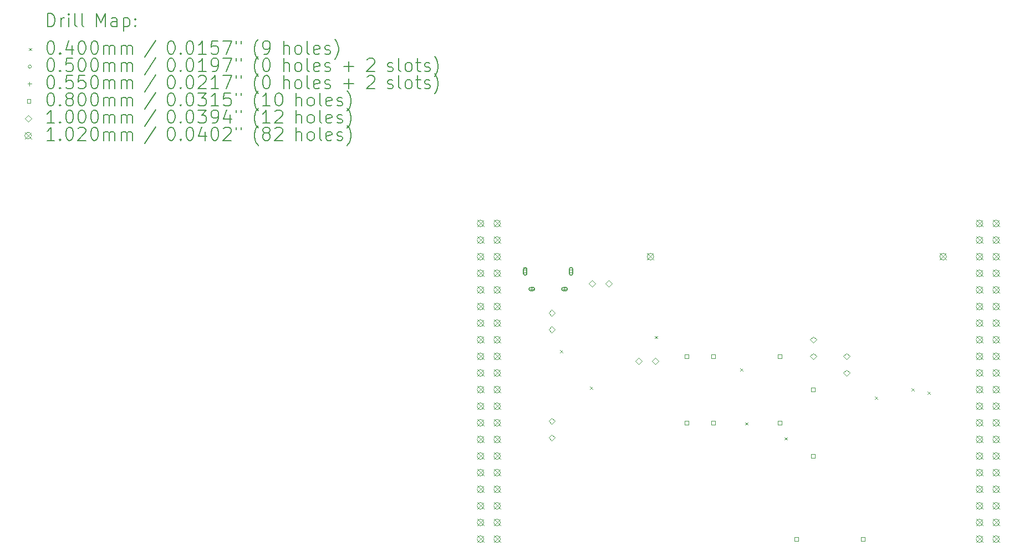
<source format=gbr>
%TF.GenerationSoftware,KiCad,Pcbnew,(7.0.0)*%
%TF.CreationDate,2023-03-20T21:56:33+02:00*%
%TF.ProjectId,overall scematic,6f766572-616c-46c2-9073-63656d617469,rev?*%
%TF.SameCoordinates,Original*%
%TF.FileFunction,Drillmap*%
%TF.FilePolarity,Positive*%
%FSLAX45Y45*%
G04 Gerber Fmt 4.5, Leading zero omitted, Abs format (unit mm)*
G04 Created by KiCad (PCBNEW (7.0.0)) date 2023-03-20 21:56:33*
%MOMM*%
%LPD*%
G01*
G04 APERTURE LIST*
%ADD10C,0.200000*%
%ADD11C,0.040000*%
%ADD12C,0.050000*%
%ADD13C,0.055000*%
%ADD14C,0.080000*%
%ADD15C,0.100000*%
%ADD16C,0.102000*%
G04 APERTURE END LIST*
D10*
D11*
X8069900Y-5237800D02*
X8109900Y-5277800D01*
X8109900Y-5237800D02*
X8069900Y-5277800D01*
X8527100Y-5796600D02*
X8567100Y-5836600D01*
X8567100Y-5796600D02*
X8527100Y-5836600D01*
X9517700Y-5021900D02*
X9557700Y-5061900D01*
X9557700Y-5021900D02*
X9517700Y-5061900D01*
X10825800Y-5517200D02*
X10865800Y-5557200D01*
X10865800Y-5517200D02*
X10825800Y-5557200D01*
X10902000Y-6342700D02*
X10942000Y-6382700D01*
X10942000Y-6342700D02*
X10902000Y-6382700D01*
X11498900Y-6571300D02*
X11538900Y-6611300D01*
X11538900Y-6571300D02*
X11498900Y-6611300D01*
X12883200Y-5949000D02*
X12923200Y-5989000D01*
X12923200Y-5949000D02*
X12883200Y-5989000D01*
X13442000Y-5822000D02*
X13482000Y-5862000D01*
X13482000Y-5822000D02*
X13442000Y-5862000D01*
X13683300Y-5872800D02*
X13723300Y-5912800D01*
X13723300Y-5872800D02*
X13683300Y-5912800D01*
D12*
X7566000Y-4035000D02*
G75*
G03*
X7566000Y-4035000I-25000J0D01*
G01*
D10*
X7566000Y-4067500D02*
X7566000Y-4002500D01*
X7566000Y-4002500D02*
G75*
G03*
X7516000Y-4002500I-25000J0D01*
G01*
X7516000Y-4002500D02*
X7516000Y-4067500D01*
X7516000Y-4067500D02*
G75*
G03*
X7566000Y-4067500I25000J0D01*
G01*
D12*
X8266000Y-4035000D02*
G75*
G03*
X8266000Y-4035000I-25000J0D01*
G01*
D10*
X8266000Y-4067500D02*
X8266000Y-4002500D01*
X8266000Y-4002500D02*
G75*
G03*
X8216000Y-4002500I-25000J0D01*
G01*
X8216000Y-4002500D02*
X8216000Y-4067500D01*
X8216000Y-4067500D02*
G75*
G03*
X8266000Y-4067500I25000J0D01*
G01*
D13*
X7641000Y-4277500D02*
X7641000Y-4332500D01*
X7613500Y-4305000D02*
X7668500Y-4305000D01*
D10*
X7656000Y-4277500D02*
X7626000Y-4277500D01*
X7626000Y-4277500D02*
G75*
G03*
X7626000Y-4332500I0J-27500D01*
G01*
X7626000Y-4332500D02*
X7656000Y-4332500D01*
X7656000Y-4332500D02*
G75*
G03*
X7656000Y-4277500I0J27500D01*
G01*
D13*
X8141000Y-4277500D02*
X8141000Y-4332500D01*
X8113500Y-4305000D02*
X8168500Y-4305000D01*
D10*
X8156000Y-4277500D02*
X8126000Y-4277500D01*
X8126000Y-4277500D02*
G75*
G03*
X8126000Y-4332500I0J-27500D01*
G01*
X8126000Y-4332500D02*
X8156000Y-4332500D01*
X8156000Y-4332500D02*
G75*
G03*
X8156000Y-4277500I0J27500D01*
G01*
D14*
X10037285Y-5362285D02*
X10037285Y-5305716D01*
X9980716Y-5305716D01*
X9980716Y-5362285D01*
X10037285Y-5362285D01*
X10037285Y-6378284D02*
X10037285Y-6321715D01*
X9980716Y-6321715D01*
X9980716Y-6378284D01*
X10037285Y-6378284D01*
X10442285Y-5362285D02*
X10442285Y-5305716D01*
X10385716Y-5305716D01*
X10385716Y-5362285D01*
X10442285Y-5362285D01*
X10442285Y-6378284D02*
X10442285Y-6321715D01*
X10385716Y-6321715D01*
X10385716Y-6378284D01*
X10442285Y-6378284D01*
X11458284Y-5362285D02*
X11458284Y-5305716D01*
X11401715Y-5305716D01*
X11401715Y-5362285D01*
X11458284Y-5362285D01*
X11458284Y-6378284D02*
X11458284Y-6321715D01*
X11401715Y-6321715D01*
X11401715Y-6378284D01*
X11458284Y-6378284D01*
X11712284Y-8156284D02*
X11712284Y-8099715D01*
X11655715Y-8099715D01*
X11655715Y-8156284D01*
X11712284Y-8156284D01*
X11966284Y-5870284D02*
X11966284Y-5813715D01*
X11909715Y-5813715D01*
X11909715Y-5870284D01*
X11966284Y-5870284D01*
X11966284Y-6886284D02*
X11966284Y-6829715D01*
X11909715Y-6829715D01*
X11909715Y-6886284D01*
X11966284Y-6886284D01*
X12728284Y-8156284D02*
X12728284Y-8099715D01*
X12671715Y-8099715D01*
X12671715Y-8156284D01*
X12728284Y-8156284D01*
D15*
X7948500Y-4723000D02*
X7998500Y-4673000D01*
X7948500Y-4623000D01*
X7898500Y-4673000D01*
X7948500Y-4723000D01*
X7948500Y-4977000D02*
X7998500Y-4927000D01*
X7948500Y-4877000D01*
X7898500Y-4927000D01*
X7948500Y-4977000D01*
X7948500Y-6374500D02*
X7998500Y-6324500D01*
X7948500Y-6274500D01*
X7898500Y-6324500D01*
X7948500Y-6374500D01*
X7948500Y-6628500D02*
X7998500Y-6578500D01*
X7948500Y-6528500D01*
X7898500Y-6578500D01*
X7948500Y-6628500D01*
X8561500Y-4268500D02*
X8611500Y-4218500D01*
X8561500Y-4168500D01*
X8511500Y-4218500D01*
X8561500Y-4268500D01*
X8815500Y-4268500D02*
X8865500Y-4218500D01*
X8815500Y-4168500D01*
X8765500Y-4218500D01*
X8815500Y-4268500D01*
X9271500Y-5454500D02*
X9321500Y-5404500D01*
X9271500Y-5354500D01*
X9221500Y-5404500D01*
X9271500Y-5454500D01*
X9525500Y-5454500D02*
X9575500Y-5404500D01*
X9525500Y-5354500D01*
X9475500Y-5404500D01*
X9525500Y-5454500D01*
X11938000Y-5130000D02*
X11988000Y-5080000D01*
X11938000Y-5030000D01*
X11888000Y-5080000D01*
X11938000Y-5130000D01*
X11938000Y-5384000D02*
X11988000Y-5334000D01*
X11938000Y-5284000D01*
X11888000Y-5334000D01*
X11938000Y-5384000D01*
X12446000Y-5384000D02*
X12496000Y-5334000D01*
X12446000Y-5284000D01*
X12396000Y-5334000D01*
X12446000Y-5384000D01*
X12446000Y-5638000D02*
X12496000Y-5588000D01*
X12446000Y-5538000D01*
X12396000Y-5588000D01*
X12446000Y-5638000D01*
D16*
X6807000Y-3251000D02*
X6909000Y-3353000D01*
X6909000Y-3251000D02*
X6807000Y-3353000D01*
X6909000Y-3302000D02*
G75*
G03*
X6909000Y-3302000I-51000J0D01*
G01*
X6807000Y-3505000D02*
X6909000Y-3607000D01*
X6909000Y-3505000D02*
X6807000Y-3607000D01*
X6909000Y-3556000D02*
G75*
G03*
X6909000Y-3556000I-51000J0D01*
G01*
X6807000Y-3759000D02*
X6909000Y-3861000D01*
X6909000Y-3759000D02*
X6807000Y-3861000D01*
X6909000Y-3810000D02*
G75*
G03*
X6909000Y-3810000I-51000J0D01*
G01*
X6807000Y-4013000D02*
X6909000Y-4115000D01*
X6909000Y-4013000D02*
X6807000Y-4115000D01*
X6909000Y-4064000D02*
G75*
G03*
X6909000Y-4064000I-51000J0D01*
G01*
X6807000Y-4267000D02*
X6909000Y-4369000D01*
X6909000Y-4267000D02*
X6807000Y-4369000D01*
X6909000Y-4318000D02*
G75*
G03*
X6909000Y-4318000I-51000J0D01*
G01*
X6807000Y-4521000D02*
X6909000Y-4623000D01*
X6909000Y-4521000D02*
X6807000Y-4623000D01*
X6909000Y-4572000D02*
G75*
G03*
X6909000Y-4572000I-51000J0D01*
G01*
X6807000Y-4775000D02*
X6909000Y-4877000D01*
X6909000Y-4775000D02*
X6807000Y-4877000D01*
X6909000Y-4826000D02*
G75*
G03*
X6909000Y-4826000I-51000J0D01*
G01*
X6807000Y-5029000D02*
X6909000Y-5131000D01*
X6909000Y-5029000D02*
X6807000Y-5131000D01*
X6909000Y-5080000D02*
G75*
G03*
X6909000Y-5080000I-51000J0D01*
G01*
X6807000Y-5283000D02*
X6909000Y-5385000D01*
X6909000Y-5283000D02*
X6807000Y-5385000D01*
X6909000Y-5334000D02*
G75*
G03*
X6909000Y-5334000I-51000J0D01*
G01*
X6807000Y-5537000D02*
X6909000Y-5639000D01*
X6909000Y-5537000D02*
X6807000Y-5639000D01*
X6909000Y-5588000D02*
G75*
G03*
X6909000Y-5588000I-51000J0D01*
G01*
X6807000Y-5791000D02*
X6909000Y-5893000D01*
X6909000Y-5791000D02*
X6807000Y-5893000D01*
X6909000Y-5842000D02*
G75*
G03*
X6909000Y-5842000I-51000J0D01*
G01*
X6807000Y-6045000D02*
X6909000Y-6147000D01*
X6909000Y-6045000D02*
X6807000Y-6147000D01*
X6909000Y-6096000D02*
G75*
G03*
X6909000Y-6096000I-51000J0D01*
G01*
X6807000Y-6299000D02*
X6909000Y-6401000D01*
X6909000Y-6299000D02*
X6807000Y-6401000D01*
X6909000Y-6350000D02*
G75*
G03*
X6909000Y-6350000I-51000J0D01*
G01*
X6807000Y-6553000D02*
X6909000Y-6655000D01*
X6909000Y-6553000D02*
X6807000Y-6655000D01*
X6909000Y-6604000D02*
G75*
G03*
X6909000Y-6604000I-51000J0D01*
G01*
X6807000Y-6807000D02*
X6909000Y-6909000D01*
X6909000Y-6807000D02*
X6807000Y-6909000D01*
X6909000Y-6858000D02*
G75*
G03*
X6909000Y-6858000I-51000J0D01*
G01*
X6807000Y-7061000D02*
X6909000Y-7163000D01*
X6909000Y-7061000D02*
X6807000Y-7163000D01*
X6909000Y-7112000D02*
G75*
G03*
X6909000Y-7112000I-51000J0D01*
G01*
X6807000Y-7315000D02*
X6909000Y-7417000D01*
X6909000Y-7315000D02*
X6807000Y-7417000D01*
X6909000Y-7366000D02*
G75*
G03*
X6909000Y-7366000I-51000J0D01*
G01*
X6807000Y-7569000D02*
X6909000Y-7671000D01*
X6909000Y-7569000D02*
X6807000Y-7671000D01*
X6909000Y-7620000D02*
G75*
G03*
X6909000Y-7620000I-51000J0D01*
G01*
X6807000Y-7823000D02*
X6909000Y-7925000D01*
X6909000Y-7823000D02*
X6807000Y-7925000D01*
X6909000Y-7874000D02*
G75*
G03*
X6909000Y-7874000I-51000J0D01*
G01*
X6807000Y-8077000D02*
X6909000Y-8179000D01*
X6909000Y-8077000D02*
X6807000Y-8179000D01*
X6909000Y-8128000D02*
G75*
G03*
X6909000Y-8128000I-51000J0D01*
G01*
X7061000Y-3251000D02*
X7163000Y-3353000D01*
X7163000Y-3251000D02*
X7061000Y-3353000D01*
X7163000Y-3302000D02*
G75*
G03*
X7163000Y-3302000I-51000J0D01*
G01*
X7061000Y-3505000D02*
X7163000Y-3607000D01*
X7163000Y-3505000D02*
X7061000Y-3607000D01*
X7163000Y-3556000D02*
G75*
G03*
X7163000Y-3556000I-51000J0D01*
G01*
X7061000Y-3759000D02*
X7163000Y-3861000D01*
X7163000Y-3759000D02*
X7061000Y-3861000D01*
X7163000Y-3810000D02*
G75*
G03*
X7163000Y-3810000I-51000J0D01*
G01*
X7061000Y-4013000D02*
X7163000Y-4115000D01*
X7163000Y-4013000D02*
X7061000Y-4115000D01*
X7163000Y-4064000D02*
G75*
G03*
X7163000Y-4064000I-51000J0D01*
G01*
X7061000Y-4267000D02*
X7163000Y-4369000D01*
X7163000Y-4267000D02*
X7061000Y-4369000D01*
X7163000Y-4318000D02*
G75*
G03*
X7163000Y-4318000I-51000J0D01*
G01*
X7061000Y-4521000D02*
X7163000Y-4623000D01*
X7163000Y-4521000D02*
X7061000Y-4623000D01*
X7163000Y-4572000D02*
G75*
G03*
X7163000Y-4572000I-51000J0D01*
G01*
X7061000Y-4775000D02*
X7163000Y-4877000D01*
X7163000Y-4775000D02*
X7061000Y-4877000D01*
X7163000Y-4826000D02*
G75*
G03*
X7163000Y-4826000I-51000J0D01*
G01*
X7061000Y-5029000D02*
X7163000Y-5131000D01*
X7163000Y-5029000D02*
X7061000Y-5131000D01*
X7163000Y-5080000D02*
G75*
G03*
X7163000Y-5080000I-51000J0D01*
G01*
X7061000Y-5283000D02*
X7163000Y-5385000D01*
X7163000Y-5283000D02*
X7061000Y-5385000D01*
X7163000Y-5334000D02*
G75*
G03*
X7163000Y-5334000I-51000J0D01*
G01*
X7061000Y-5537000D02*
X7163000Y-5639000D01*
X7163000Y-5537000D02*
X7061000Y-5639000D01*
X7163000Y-5588000D02*
G75*
G03*
X7163000Y-5588000I-51000J0D01*
G01*
X7061000Y-5791000D02*
X7163000Y-5893000D01*
X7163000Y-5791000D02*
X7061000Y-5893000D01*
X7163000Y-5842000D02*
G75*
G03*
X7163000Y-5842000I-51000J0D01*
G01*
X7061000Y-6045000D02*
X7163000Y-6147000D01*
X7163000Y-6045000D02*
X7061000Y-6147000D01*
X7163000Y-6096000D02*
G75*
G03*
X7163000Y-6096000I-51000J0D01*
G01*
X7061000Y-6299000D02*
X7163000Y-6401000D01*
X7163000Y-6299000D02*
X7061000Y-6401000D01*
X7163000Y-6350000D02*
G75*
G03*
X7163000Y-6350000I-51000J0D01*
G01*
X7061000Y-6553000D02*
X7163000Y-6655000D01*
X7163000Y-6553000D02*
X7061000Y-6655000D01*
X7163000Y-6604000D02*
G75*
G03*
X7163000Y-6604000I-51000J0D01*
G01*
X7061000Y-6807000D02*
X7163000Y-6909000D01*
X7163000Y-6807000D02*
X7061000Y-6909000D01*
X7163000Y-6858000D02*
G75*
G03*
X7163000Y-6858000I-51000J0D01*
G01*
X7061000Y-7061000D02*
X7163000Y-7163000D01*
X7163000Y-7061000D02*
X7061000Y-7163000D01*
X7163000Y-7112000D02*
G75*
G03*
X7163000Y-7112000I-51000J0D01*
G01*
X7061000Y-7315000D02*
X7163000Y-7417000D01*
X7163000Y-7315000D02*
X7061000Y-7417000D01*
X7163000Y-7366000D02*
G75*
G03*
X7163000Y-7366000I-51000J0D01*
G01*
X7061000Y-7569000D02*
X7163000Y-7671000D01*
X7163000Y-7569000D02*
X7061000Y-7671000D01*
X7163000Y-7620000D02*
G75*
G03*
X7163000Y-7620000I-51000J0D01*
G01*
X7061000Y-7823000D02*
X7163000Y-7925000D01*
X7163000Y-7823000D02*
X7061000Y-7925000D01*
X7163000Y-7874000D02*
G75*
G03*
X7163000Y-7874000I-51000J0D01*
G01*
X7061000Y-8077000D02*
X7163000Y-8179000D01*
X7163000Y-8077000D02*
X7061000Y-8179000D01*
X7163000Y-8128000D02*
G75*
G03*
X7163000Y-8128000I-51000J0D01*
G01*
X9403000Y-3759000D02*
X9505000Y-3861000D01*
X9505000Y-3759000D02*
X9403000Y-3861000D01*
X9505000Y-3810000D02*
G75*
G03*
X9505000Y-3810000I-51000J0D01*
G01*
X13873000Y-3759000D02*
X13975000Y-3861000D01*
X13975000Y-3759000D02*
X13873000Y-3861000D01*
X13975000Y-3810000D02*
G75*
G03*
X13975000Y-3810000I-51000J0D01*
G01*
X14427000Y-3251000D02*
X14529000Y-3353000D01*
X14529000Y-3251000D02*
X14427000Y-3353000D01*
X14529000Y-3302000D02*
G75*
G03*
X14529000Y-3302000I-51000J0D01*
G01*
X14427000Y-3505000D02*
X14529000Y-3607000D01*
X14529000Y-3505000D02*
X14427000Y-3607000D01*
X14529000Y-3556000D02*
G75*
G03*
X14529000Y-3556000I-51000J0D01*
G01*
X14427000Y-3759000D02*
X14529000Y-3861000D01*
X14529000Y-3759000D02*
X14427000Y-3861000D01*
X14529000Y-3810000D02*
G75*
G03*
X14529000Y-3810000I-51000J0D01*
G01*
X14427000Y-4013000D02*
X14529000Y-4115000D01*
X14529000Y-4013000D02*
X14427000Y-4115000D01*
X14529000Y-4064000D02*
G75*
G03*
X14529000Y-4064000I-51000J0D01*
G01*
X14427000Y-4267000D02*
X14529000Y-4369000D01*
X14529000Y-4267000D02*
X14427000Y-4369000D01*
X14529000Y-4318000D02*
G75*
G03*
X14529000Y-4318000I-51000J0D01*
G01*
X14427000Y-4521000D02*
X14529000Y-4623000D01*
X14529000Y-4521000D02*
X14427000Y-4623000D01*
X14529000Y-4572000D02*
G75*
G03*
X14529000Y-4572000I-51000J0D01*
G01*
X14427000Y-4775000D02*
X14529000Y-4877000D01*
X14529000Y-4775000D02*
X14427000Y-4877000D01*
X14529000Y-4826000D02*
G75*
G03*
X14529000Y-4826000I-51000J0D01*
G01*
X14427000Y-5029000D02*
X14529000Y-5131000D01*
X14529000Y-5029000D02*
X14427000Y-5131000D01*
X14529000Y-5080000D02*
G75*
G03*
X14529000Y-5080000I-51000J0D01*
G01*
X14427000Y-5283000D02*
X14529000Y-5385000D01*
X14529000Y-5283000D02*
X14427000Y-5385000D01*
X14529000Y-5334000D02*
G75*
G03*
X14529000Y-5334000I-51000J0D01*
G01*
X14427000Y-5537000D02*
X14529000Y-5639000D01*
X14529000Y-5537000D02*
X14427000Y-5639000D01*
X14529000Y-5588000D02*
G75*
G03*
X14529000Y-5588000I-51000J0D01*
G01*
X14427000Y-5791000D02*
X14529000Y-5893000D01*
X14529000Y-5791000D02*
X14427000Y-5893000D01*
X14529000Y-5842000D02*
G75*
G03*
X14529000Y-5842000I-51000J0D01*
G01*
X14427000Y-6045000D02*
X14529000Y-6147000D01*
X14529000Y-6045000D02*
X14427000Y-6147000D01*
X14529000Y-6096000D02*
G75*
G03*
X14529000Y-6096000I-51000J0D01*
G01*
X14427000Y-6299000D02*
X14529000Y-6401000D01*
X14529000Y-6299000D02*
X14427000Y-6401000D01*
X14529000Y-6350000D02*
G75*
G03*
X14529000Y-6350000I-51000J0D01*
G01*
X14427000Y-6553000D02*
X14529000Y-6655000D01*
X14529000Y-6553000D02*
X14427000Y-6655000D01*
X14529000Y-6604000D02*
G75*
G03*
X14529000Y-6604000I-51000J0D01*
G01*
X14427000Y-6807000D02*
X14529000Y-6909000D01*
X14529000Y-6807000D02*
X14427000Y-6909000D01*
X14529000Y-6858000D02*
G75*
G03*
X14529000Y-6858000I-51000J0D01*
G01*
X14427000Y-7061000D02*
X14529000Y-7163000D01*
X14529000Y-7061000D02*
X14427000Y-7163000D01*
X14529000Y-7112000D02*
G75*
G03*
X14529000Y-7112000I-51000J0D01*
G01*
X14427000Y-7315000D02*
X14529000Y-7417000D01*
X14529000Y-7315000D02*
X14427000Y-7417000D01*
X14529000Y-7366000D02*
G75*
G03*
X14529000Y-7366000I-51000J0D01*
G01*
X14427000Y-7569000D02*
X14529000Y-7671000D01*
X14529000Y-7569000D02*
X14427000Y-7671000D01*
X14529000Y-7620000D02*
G75*
G03*
X14529000Y-7620000I-51000J0D01*
G01*
X14427000Y-7823000D02*
X14529000Y-7925000D01*
X14529000Y-7823000D02*
X14427000Y-7925000D01*
X14529000Y-7874000D02*
G75*
G03*
X14529000Y-7874000I-51000J0D01*
G01*
X14427000Y-8077000D02*
X14529000Y-8179000D01*
X14529000Y-8077000D02*
X14427000Y-8179000D01*
X14529000Y-8128000D02*
G75*
G03*
X14529000Y-8128000I-51000J0D01*
G01*
X14681000Y-3251000D02*
X14783000Y-3353000D01*
X14783000Y-3251000D02*
X14681000Y-3353000D01*
X14783000Y-3302000D02*
G75*
G03*
X14783000Y-3302000I-51000J0D01*
G01*
X14681000Y-3505000D02*
X14783000Y-3607000D01*
X14783000Y-3505000D02*
X14681000Y-3607000D01*
X14783000Y-3556000D02*
G75*
G03*
X14783000Y-3556000I-51000J0D01*
G01*
X14681000Y-3759000D02*
X14783000Y-3861000D01*
X14783000Y-3759000D02*
X14681000Y-3861000D01*
X14783000Y-3810000D02*
G75*
G03*
X14783000Y-3810000I-51000J0D01*
G01*
X14681000Y-4013000D02*
X14783000Y-4115000D01*
X14783000Y-4013000D02*
X14681000Y-4115000D01*
X14783000Y-4064000D02*
G75*
G03*
X14783000Y-4064000I-51000J0D01*
G01*
X14681000Y-4267000D02*
X14783000Y-4369000D01*
X14783000Y-4267000D02*
X14681000Y-4369000D01*
X14783000Y-4318000D02*
G75*
G03*
X14783000Y-4318000I-51000J0D01*
G01*
X14681000Y-4521000D02*
X14783000Y-4623000D01*
X14783000Y-4521000D02*
X14681000Y-4623000D01*
X14783000Y-4572000D02*
G75*
G03*
X14783000Y-4572000I-51000J0D01*
G01*
X14681000Y-4775000D02*
X14783000Y-4877000D01*
X14783000Y-4775000D02*
X14681000Y-4877000D01*
X14783000Y-4826000D02*
G75*
G03*
X14783000Y-4826000I-51000J0D01*
G01*
X14681000Y-5029000D02*
X14783000Y-5131000D01*
X14783000Y-5029000D02*
X14681000Y-5131000D01*
X14783000Y-5080000D02*
G75*
G03*
X14783000Y-5080000I-51000J0D01*
G01*
X14681000Y-5283000D02*
X14783000Y-5385000D01*
X14783000Y-5283000D02*
X14681000Y-5385000D01*
X14783000Y-5334000D02*
G75*
G03*
X14783000Y-5334000I-51000J0D01*
G01*
X14681000Y-5537000D02*
X14783000Y-5639000D01*
X14783000Y-5537000D02*
X14681000Y-5639000D01*
X14783000Y-5588000D02*
G75*
G03*
X14783000Y-5588000I-51000J0D01*
G01*
X14681000Y-5791000D02*
X14783000Y-5893000D01*
X14783000Y-5791000D02*
X14681000Y-5893000D01*
X14783000Y-5842000D02*
G75*
G03*
X14783000Y-5842000I-51000J0D01*
G01*
X14681000Y-6045000D02*
X14783000Y-6147000D01*
X14783000Y-6045000D02*
X14681000Y-6147000D01*
X14783000Y-6096000D02*
G75*
G03*
X14783000Y-6096000I-51000J0D01*
G01*
X14681000Y-6299000D02*
X14783000Y-6401000D01*
X14783000Y-6299000D02*
X14681000Y-6401000D01*
X14783000Y-6350000D02*
G75*
G03*
X14783000Y-6350000I-51000J0D01*
G01*
X14681000Y-6553000D02*
X14783000Y-6655000D01*
X14783000Y-6553000D02*
X14681000Y-6655000D01*
X14783000Y-6604000D02*
G75*
G03*
X14783000Y-6604000I-51000J0D01*
G01*
X14681000Y-6807000D02*
X14783000Y-6909000D01*
X14783000Y-6807000D02*
X14681000Y-6909000D01*
X14783000Y-6858000D02*
G75*
G03*
X14783000Y-6858000I-51000J0D01*
G01*
X14681000Y-7061000D02*
X14783000Y-7163000D01*
X14783000Y-7061000D02*
X14681000Y-7163000D01*
X14783000Y-7112000D02*
G75*
G03*
X14783000Y-7112000I-51000J0D01*
G01*
X14681000Y-7315000D02*
X14783000Y-7417000D01*
X14783000Y-7315000D02*
X14681000Y-7417000D01*
X14783000Y-7366000D02*
G75*
G03*
X14783000Y-7366000I-51000J0D01*
G01*
X14681000Y-7569000D02*
X14783000Y-7671000D01*
X14783000Y-7569000D02*
X14681000Y-7671000D01*
X14783000Y-7620000D02*
G75*
G03*
X14783000Y-7620000I-51000J0D01*
G01*
X14681000Y-7823000D02*
X14783000Y-7925000D01*
X14783000Y-7823000D02*
X14681000Y-7925000D01*
X14783000Y-7874000D02*
G75*
G03*
X14783000Y-7874000I-51000J0D01*
G01*
X14681000Y-8077000D02*
X14783000Y-8179000D01*
X14783000Y-8077000D02*
X14681000Y-8179000D01*
X14783000Y-8128000D02*
G75*
G03*
X14783000Y-8128000I-51000J0D01*
G01*
D10*
X247619Y-293476D02*
X247619Y-93476D01*
X247619Y-93476D02*
X295238Y-93476D01*
X295238Y-93476D02*
X323810Y-103000D01*
X323810Y-103000D02*
X342857Y-122048D01*
X342857Y-122048D02*
X352381Y-141095D01*
X352381Y-141095D02*
X361905Y-179190D01*
X361905Y-179190D02*
X361905Y-207762D01*
X361905Y-207762D02*
X352381Y-245857D01*
X352381Y-245857D02*
X342857Y-264905D01*
X342857Y-264905D02*
X323810Y-283952D01*
X323810Y-283952D02*
X295238Y-293476D01*
X295238Y-293476D02*
X247619Y-293476D01*
X447619Y-293476D02*
X447619Y-160143D01*
X447619Y-198238D02*
X457143Y-179190D01*
X457143Y-179190D02*
X466667Y-169667D01*
X466667Y-169667D02*
X485714Y-160143D01*
X485714Y-160143D02*
X504762Y-160143D01*
X571429Y-293476D02*
X571429Y-160143D01*
X571429Y-93476D02*
X561905Y-103000D01*
X561905Y-103000D02*
X571429Y-112524D01*
X571429Y-112524D02*
X580952Y-103000D01*
X580952Y-103000D02*
X571429Y-93476D01*
X571429Y-93476D02*
X571429Y-112524D01*
X695238Y-293476D02*
X676190Y-283952D01*
X676190Y-283952D02*
X666667Y-264905D01*
X666667Y-264905D02*
X666667Y-93476D01*
X800000Y-293476D02*
X780952Y-283952D01*
X780952Y-283952D02*
X771428Y-264905D01*
X771428Y-264905D02*
X771428Y-93476D01*
X996190Y-293476D02*
X996190Y-93476D01*
X996190Y-93476D02*
X1062857Y-236333D01*
X1062857Y-236333D02*
X1129524Y-93476D01*
X1129524Y-93476D02*
X1129524Y-293476D01*
X1310476Y-293476D02*
X1310476Y-188714D01*
X1310476Y-188714D02*
X1300952Y-169667D01*
X1300952Y-169667D02*
X1281905Y-160143D01*
X1281905Y-160143D02*
X1243809Y-160143D01*
X1243809Y-160143D02*
X1224762Y-169667D01*
X1310476Y-283952D02*
X1291429Y-293476D01*
X1291429Y-293476D02*
X1243809Y-293476D01*
X1243809Y-293476D02*
X1224762Y-283952D01*
X1224762Y-283952D02*
X1215238Y-264905D01*
X1215238Y-264905D02*
X1215238Y-245857D01*
X1215238Y-245857D02*
X1224762Y-226809D01*
X1224762Y-226809D02*
X1243809Y-217286D01*
X1243809Y-217286D02*
X1291429Y-217286D01*
X1291429Y-217286D02*
X1310476Y-207762D01*
X1405714Y-160143D02*
X1405714Y-360143D01*
X1405714Y-169667D02*
X1424762Y-160143D01*
X1424762Y-160143D02*
X1462857Y-160143D01*
X1462857Y-160143D02*
X1481905Y-169667D01*
X1481905Y-169667D02*
X1491428Y-179190D01*
X1491428Y-179190D02*
X1500952Y-198238D01*
X1500952Y-198238D02*
X1500952Y-255381D01*
X1500952Y-255381D02*
X1491428Y-274429D01*
X1491428Y-274429D02*
X1481905Y-283952D01*
X1481905Y-283952D02*
X1462857Y-293476D01*
X1462857Y-293476D02*
X1424762Y-293476D01*
X1424762Y-293476D02*
X1405714Y-283952D01*
X1586667Y-274429D02*
X1596190Y-283952D01*
X1596190Y-283952D02*
X1586667Y-293476D01*
X1586667Y-293476D02*
X1577143Y-283952D01*
X1577143Y-283952D02*
X1586667Y-274429D01*
X1586667Y-274429D02*
X1586667Y-293476D01*
X1586667Y-169667D02*
X1596190Y-179190D01*
X1596190Y-179190D02*
X1586667Y-188714D01*
X1586667Y-188714D02*
X1577143Y-179190D01*
X1577143Y-179190D02*
X1586667Y-169667D01*
X1586667Y-169667D02*
X1586667Y-188714D01*
D11*
X-40000Y-620000D02*
X0Y-660000D01*
X0Y-620000D02*
X-40000Y-660000D01*
D10*
X285714Y-513476D02*
X304762Y-513476D01*
X304762Y-513476D02*
X323810Y-523000D01*
X323810Y-523000D02*
X333333Y-532524D01*
X333333Y-532524D02*
X342857Y-551571D01*
X342857Y-551571D02*
X352381Y-589667D01*
X352381Y-589667D02*
X352381Y-637286D01*
X352381Y-637286D02*
X342857Y-675381D01*
X342857Y-675381D02*
X333333Y-694429D01*
X333333Y-694429D02*
X323810Y-703952D01*
X323810Y-703952D02*
X304762Y-713476D01*
X304762Y-713476D02*
X285714Y-713476D01*
X285714Y-713476D02*
X266667Y-703952D01*
X266667Y-703952D02*
X257143Y-694429D01*
X257143Y-694429D02*
X247619Y-675381D01*
X247619Y-675381D02*
X238095Y-637286D01*
X238095Y-637286D02*
X238095Y-589667D01*
X238095Y-589667D02*
X247619Y-551571D01*
X247619Y-551571D02*
X257143Y-532524D01*
X257143Y-532524D02*
X266667Y-523000D01*
X266667Y-523000D02*
X285714Y-513476D01*
X438095Y-694429D02*
X447619Y-703952D01*
X447619Y-703952D02*
X438095Y-713476D01*
X438095Y-713476D02*
X428571Y-703952D01*
X428571Y-703952D02*
X438095Y-694429D01*
X438095Y-694429D02*
X438095Y-713476D01*
X619048Y-580143D02*
X619048Y-713476D01*
X571429Y-503952D02*
X523809Y-646810D01*
X523809Y-646810D02*
X647619Y-646810D01*
X761905Y-513476D02*
X780952Y-513476D01*
X780952Y-513476D02*
X800000Y-523000D01*
X800000Y-523000D02*
X809524Y-532524D01*
X809524Y-532524D02*
X819048Y-551571D01*
X819048Y-551571D02*
X828571Y-589667D01*
X828571Y-589667D02*
X828571Y-637286D01*
X828571Y-637286D02*
X819048Y-675381D01*
X819048Y-675381D02*
X809524Y-694429D01*
X809524Y-694429D02*
X800000Y-703952D01*
X800000Y-703952D02*
X780952Y-713476D01*
X780952Y-713476D02*
X761905Y-713476D01*
X761905Y-713476D02*
X742857Y-703952D01*
X742857Y-703952D02*
X733333Y-694429D01*
X733333Y-694429D02*
X723809Y-675381D01*
X723809Y-675381D02*
X714286Y-637286D01*
X714286Y-637286D02*
X714286Y-589667D01*
X714286Y-589667D02*
X723809Y-551571D01*
X723809Y-551571D02*
X733333Y-532524D01*
X733333Y-532524D02*
X742857Y-523000D01*
X742857Y-523000D02*
X761905Y-513476D01*
X952381Y-513476D02*
X971429Y-513476D01*
X971429Y-513476D02*
X990476Y-523000D01*
X990476Y-523000D02*
X1000000Y-532524D01*
X1000000Y-532524D02*
X1009524Y-551571D01*
X1009524Y-551571D02*
X1019048Y-589667D01*
X1019048Y-589667D02*
X1019048Y-637286D01*
X1019048Y-637286D02*
X1009524Y-675381D01*
X1009524Y-675381D02*
X1000000Y-694429D01*
X1000000Y-694429D02*
X990476Y-703952D01*
X990476Y-703952D02*
X971429Y-713476D01*
X971429Y-713476D02*
X952381Y-713476D01*
X952381Y-713476D02*
X933333Y-703952D01*
X933333Y-703952D02*
X923809Y-694429D01*
X923809Y-694429D02*
X914286Y-675381D01*
X914286Y-675381D02*
X904762Y-637286D01*
X904762Y-637286D02*
X904762Y-589667D01*
X904762Y-589667D02*
X914286Y-551571D01*
X914286Y-551571D02*
X923809Y-532524D01*
X923809Y-532524D02*
X933333Y-523000D01*
X933333Y-523000D02*
X952381Y-513476D01*
X1104762Y-713476D02*
X1104762Y-580143D01*
X1104762Y-599190D02*
X1114286Y-589667D01*
X1114286Y-589667D02*
X1133333Y-580143D01*
X1133333Y-580143D02*
X1161905Y-580143D01*
X1161905Y-580143D02*
X1180952Y-589667D01*
X1180952Y-589667D02*
X1190476Y-608714D01*
X1190476Y-608714D02*
X1190476Y-713476D01*
X1190476Y-608714D02*
X1200000Y-589667D01*
X1200000Y-589667D02*
X1219048Y-580143D01*
X1219048Y-580143D02*
X1247619Y-580143D01*
X1247619Y-580143D02*
X1266667Y-589667D01*
X1266667Y-589667D02*
X1276191Y-608714D01*
X1276191Y-608714D02*
X1276191Y-713476D01*
X1371429Y-713476D02*
X1371429Y-580143D01*
X1371429Y-599190D02*
X1380952Y-589667D01*
X1380952Y-589667D02*
X1400000Y-580143D01*
X1400000Y-580143D02*
X1428571Y-580143D01*
X1428571Y-580143D02*
X1447619Y-589667D01*
X1447619Y-589667D02*
X1457143Y-608714D01*
X1457143Y-608714D02*
X1457143Y-713476D01*
X1457143Y-608714D02*
X1466667Y-589667D01*
X1466667Y-589667D02*
X1485714Y-580143D01*
X1485714Y-580143D02*
X1514286Y-580143D01*
X1514286Y-580143D02*
X1533333Y-589667D01*
X1533333Y-589667D02*
X1542857Y-608714D01*
X1542857Y-608714D02*
X1542857Y-713476D01*
X1900952Y-503952D02*
X1729524Y-761095D01*
X2125714Y-513476D02*
X2144762Y-513476D01*
X2144762Y-513476D02*
X2163810Y-523000D01*
X2163810Y-523000D02*
X2173333Y-532524D01*
X2173333Y-532524D02*
X2182857Y-551571D01*
X2182857Y-551571D02*
X2192381Y-589667D01*
X2192381Y-589667D02*
X2192381Y-637286D01*
X2192381Y-637286D02*
X2182857Y-675381D01*
X2182857Y-675381D02*
X2173333Y-694429D01*
X2173333Y-694429D02*
X2163810Y-703952D01*
X2163810Y-703952D02*
X2144762Y-713476D01*
X2144762Y-713476D02*
X2125714Y-713476D01*
X2125714Y-713476D02*
X2106667Y-703952D01*
X2106667Y-703952D02*
X2097143Y-694429D01*
X2097143Y-694429D02*
X2087619Y-675381D01*
X2087619Y-675381D02*
X2078095Y-637286D01*
X2078095Y-637286D02*
X2078095Y-589667D01*
X2078095Y-589667D02*
X2087619Y-551571D01*
X2087619Y-551571D02*
X2097143Y-532524D01*
X2097143Y-532524D02*
X2106667Y-523000D01*
X2106667Y-523000D02*
X2125714Y-513476D01*
X2278095Y-694429D02*
X2287619Y-703952D01*
X2287619Y-703952D02*
X2278095Y-713476D01*
X2278095Y-713476D02*
X2268572Y-703952D01*
X2268572Y-703952D02*
X2278095Y-694429D01*
X2278095Y-694429D02*
X2278095Y-713476D01*
X2411429Y-513476D02*
X2430476Y-513476D01*
X2430476Y-513476D02*
X2449524Y-523000D01*
X2449524Y-523000D02*
X2459048Y-532524D01*
X2459048Y-532524D02*
X2468572Y-551571D01*
X2468572Y-551571D02*
X2478095Y-589667D01*
X2478095Y-589667D02*
X2478095Y-637286D01*
X2478095Y-637286D02*
X2468572Y-675381D01*
X2468572Y-675381D02*
X2459048Y-694429D01*
X2459048Y-694429D02*
X2449524Y-703952D01*
X2449524Y-703952D02*
X2430476Y-713476D01*
X2430476Y-713476D02*
X2411429Y-713476D01*
X2411429Y-713476D02*
X2392381Y-703952D01*
X2392381Y-703952D02*
X2382857Y-694429D01*
X2382857Y-694429D02*
X2373333Y-675381D01*
X2373333Y-675381D02*
X2363810Y-637286D01*
X2363810Y-637286D02*
X2363810Y-589667D01*
X2363810Y-589667D02*
X2373333Y-551571D01*
X2373333Y-551571D02*
X2382857Y-532524D01*
X2382857Y-532524D02*
X2392381Y-523000D01*
X2392381Y-523000D02*
X2411429Y-513476D01*
X2668572Y-713476D02*
X2554286Y-713476D01*
X2611429Y-713476D02*
X2611429Y-513476D01*
X2611429Y-513476D02*
X2592381Y-542048D01*
X2592381Y-542048D02*
X2573333Y-561095D01*
X2573333Y-561095D02*
X2554286Y-570619D01*
X2849524Y-513476D02*
X2754286Y-513476D01*
X2754286Y-513476D02*
X2744762Y-608714D01*
X2744762Y-608714D02*
X2754286Y-599190D01*
X2754286Y-599190D02*
X2773333Y-589667D01*
X2773333Y-589667D02*
X2820952Y-589667D01*
X2820952Y-589667D02*
X2840000Y-599190D01*
X2840000Y-599190D02*
X2849524Y-608714D01*
X2849524Y-608714D02*
X2859048Y-627762D01*
X2859048Y-627762D02*
X2859048Y-675381D01*
X2859048Y-675381D02*
X2849524Y-694429D01*
X2849524Y-694429D02*
X2840000Y-703952D01*
X2840000Y-703952D02*
X2820952Y-713476D01*
X2820952Y-713476D02*
X2773333Y-713476D01*
X2773333Y-713476D02*
X2754286Y-703952D01*
X2754286Y-703952D02*
X2744762Y-694429D01*
X2925714Y-513476D02*
X3059048Y-513476D01*
X3059048Y-513476D02*
X2973333Y-713476D01*
X3125714Y-513476D02*
X3125714Y-551571D01*
X3201905Y-513476D02*
X3201905Y-551571D01*
X3464762Y-789667D02*
X3455238Y-780143D01*
X3455238Y-780143D02*
X3436191Y-751571D01*
X3436191Y-751571D02*
X3426667Y-732524D01*
X3426667Y-732524D02*
X3417143Y-703952D01*
X3417143Y-703952D02*
X3407619Y-656333D01*
X3407619Y-656333D02*
X3407619Y-618238D01*
X3407619Y-618238D02*
X3417143Y-570619D01*
X3417143Y-570619D02*
X3426667Y-542048D01*
X3426667Y-542048D02*
X3436191Y-523000D01*
X3436191Y-523000D02*
X3455238Y-494428D01*
X3455238Y-494428D02*
X3464762Y-484905D01*
X3550476Y-713476D02*
X3588571Y-713476D01*
X3588571Y-713476D02*
X3607619Y-703952D01*
X3607619Y-703952D02*
X3617143Y-694429D01*
X3617143Y-694429D02*
X3636191Y-665857D01*
X3636191Y-665857D02*
X3645714Y-627762D01*
X3645714Y-627762D02*
X3645714Y-551571D01*
X3645714Y-551571D02*
X3636191Y-532524D01*
X3636191Y-532524D02*
X3626667Y-523000D01*
X3626667Y-523000D02*
X3607619Y-513476D01*
X3607619Y-513476D02*
X3569524Y-513476D01*
X3569524Y-513476D02*
X3550476Y-523000D01*
X3550476Y-523000D02*
X3540952Y-532524D01*
X3540952Y-532524D02*
X3531429Y-551571D01*
X3531429Y-551571D02*
X3531429Y-599190D01*
X3531429Y-599190D02*
X3540952Y-618238D01*
X3540952Y-618238D02*
X3550476Y-627762D01*
X3550476Y-627762D02*
X3569524Y-637286D01*
X3569524Y-637286D02*
X3607619Y-637286D01*
X3607619Y-637286D02*
X3626667Y-627762D01*
X3626667Y-627762D02*
X3636191Y-618238D01*
X3636191Y-618238D02*
X3645714Y-599190D01*
X3851429Y-713476D02*
X3851429Y-513476D01*
X3937143Y-713476D02*
X3937143Y-608714D01*
X3937143Y-608714D02*
X3927619Y-589667D01*
X3927619Y-589667D02*
X3908572Y-580143D01*
X3908572Y-580143D02*
X3880000Y-580143D01*
X3880000Y-580143D02*
X3860952Y-589667D01*
X3860952Y-589667D02*
X3851429Y-599190D01*
X4060952Y-713476D02*
X4041905Y-703952D01*
X4041905Y-703952D02*
X4032381Y-694429D01*
X4032381Y-694429D02*
X4022857Y-675381D01*
X4022857Y-675381D02*
X4022857Y-618238D01*
X4022857Y-618238D02*
X4032381Y-599190D01*
X4032381Y-599190D02*
X4041905Y-589667D01*
X4041905Y-589667D02*
X4060952Y-580143D01*
X4060952Y-580143D02*
X4089524Y-580143D01*
X4089524Y-580143D02*
X4108572Y-589667D01*
X4108572Y-589667D02*
X4118095Y-599190D01*
X4118095Y-599190D02*
X4127619Y-618238D01*
X4127619Y-618238D02*
X4127619Y-675381D01*
X4127619Y-675381D02*
X4118095Y-694429D01*
X4118095Y-694429D02*
X4108572Y-703952D01*
X4108572Y-703952D02*
X4089524Y-713476D01*
X4089524Y-713476D02*
X4060952Y-713476D01*
X4241905Y-713476D02*
X4222857Y-703952D01*
X4222857Y-703952D02*
X4213334Y-684905D01*
X4213334Y-684905D02*
X4213334Y-513476D01*
X4394286Y-703952D02*
X4375238Y-713476D01*
X4375238Y-713476D02*
X4337143Y-713476D01*
X4337143Y-713476D02*
X4318095Y-703952D01*
X4318095Y-703952D02*
X4308572Y-684905D01*
X4308572Y-684905D02*
X4308572Y-608714D01*
X4308572Y-608714D02*
X4318095Y-589667D01*
X4318095Y-589667D02*
X4337143Y-580143D01*
X4337143Y-580143D02*
X4375238Y-580143D01*
X4375238Y-580143D02*
X4394286Y-589667D01*
X4394286Y-589667D02*
X4403810Y-608714D01*
X4403810Y-608714D02*
X4403810Y-627762D01*
X4403810Y-627762D02*
X4308572Y-646810D01*
X4480000Y-703952D02*
X4499048Y-713476D01*
X4499048Y-713476D02*
X4537143Y-713476D01*
X4537143Y-713476D02*
X4556191Y-703952D01*
X4556191Y-703952D02*
X4565715Y-684905D01*
X4565715Y-684905D02*
X4565715Y-675381D01*
X4565715Y-675381D02*
X4556191Y-656333D01*
X4556191Y-656333D02*
X4537143Y-646810D01*
X4537143Y-646810D02*
X4508572Y-646810D01*
X4508572Y-646810D02*
X4489524Y-637286D01*
X4489524Y-637286D02*
X4480000Y-618238D01*
X4480000Y-618238D02*
X4480000Y-608714D01*
X4480000Y-608714D02*
X4489524Y-589667D01*
X4489524Y-589667D02*
X4508572Y-580143D01*
X4508572Y-580143D02*
X4537143Y-580143D01*
X4537143Y-580143D02*
X4556191Y-589667D01*
X4632381Y-789667D02*
X4641905Y-780143D01*
X4641905Y-780143D02*
X4660953Y-751571D01*
X4660953Y-751571D02*
X4670476Y-732524D01*
X4670476Y-732524D02*
X4680000Y-703952D01*
X4680000Y-703952D02*
X4689524Y-656333D01*
X4689524Y-656333D02*
X4689524Y-618238D01*
X4689524Y-618238D02*
X4680000Y-570619D01*
X4680000Y-570619D02*
X4670476Y-542048D01*
X4670476Y-542048D02*
X4660953Y-523000D01*
X4660953Y-523000D02*
X4641905Y-494428D01*
X4641905Y-494428D02*
X4632381Y-484905D01*
D12*
X0Y-904000D02*
G75*
G03*
X0Y-904000I-25000J0D01*
G01*
D10*
X285714Y-777476D02*
X304762Y-777476D01*
X304762Y-777476D02*
X323810Y-787000D01*
X323810Y-787000D02*
X333333Y-796524D01*
X333333Y-796524D02*
X342857Y-815571D01*
X342857Y-815571D02*
X352381Y-853667D01*
X352381Y-853667D02*
X352381Y-901286D01*
X352381Y-901286D02*
X342857Y-939381D01*
X342857Y-939381D02*
X333333Y-958428D01*
X333333Y-958428D02*
X323810Y-967952D01*
X323810Y-967952D02*
X304762Y-977476D01*
X304762Y-977476D02*
X285714Y-977476D01*
X285714Y-977476D02*
X266667Y-967952D01*
X266667Y-967952D02*
X257143Y-958428D01*
X257143Y-958428D02*
X247619Y-939381D01*
X247619Y-939381D02*
X238095Y-901286D01*
X238095Y-901286D02*
X238095Y-853667D01*
X238095Y-853667D02*
X247619Y-815571D01*
X247619Y-815571D02*
X257143Y-796524D01*
X257143Y-796524D02*
X266667Y-787000D01*
X266667Y-787000D02*
X285714Y-777476D01*
X438095Y-958428D02*
X447619Y-967952D01*
X447619Y-967952D02*
X438095Y-977476D01*
X438095Y-977476D02*
X428571Y-967952D01*
X428571Y-967952D02*
X438095Y-958428D01*
X438095Y-958428D02*
X438095Y-977476D01*
X628571Y-777476D02*
X533333Y-777476D01*
X533333Y-777476D02*
X523809Y-872714D01*
X523809Y-872714D02*
X533333Y-863190D01*
X533333Y-863190D02*
X552381Y-853667D01*
X552381Y-853667D02*
X600000Y-853667D01*
X600000Y-853667D02*
X619048Y-863190D01*
X619048Y-863190D02*
X628571Y-872714D01*
X628571Y-872714D02*
X638095Y-891762D01*
X638095Y-891762D02*
X638095Y-939381D01*
X638095Y-939381D02*
X628571Y-958428D01*
X628571Y-958428D02*
X619048Y-967952D01*
X619048Y-967952D02*
X600000Y-977476D01*
X600000Y-977476D02*
X552381Y-977476D01*
X552381Y-977476D02*
X533333Y-967952D01*
X533333Y-967952D02*
X523809Y-958428D01*
X761905Y-777476D02*
X780952Y-777476D01*
X780952Y-777476D02*
X800000Y-787000D01*
X800000Y-787000D02*
X809524Y-796524D01*
X809524Y-796524D02*
X819048Y-815571D01*
X819048Y-815571D02*
X828571Y-853667D01*
X828571Y-853667D02*
X828571Y-901286D01*
X828571Y-901286D02*
X819048Y-939381D01*
X819048Y-939381D02*
X809524Y-958428D01*
X809524Y-958428D02*
X800000Y-967952D01*
X800000Y-967952D02*
X780952Y-977476D01*
X780952Y-977476D02*
X761905Y-977476D01*
X761905Y-977476D02*
X742857Y-967952D01*
X742857Y-967952D02*
X733333Y-958428D01*
X733333Y-958428D02*
X723809Y-939381D01*
X723809Y-939381D02*
X714286Y-901286D01*
X714286Y-901286D02*
X714286Y-853667D01*
X714286Y-853667D02*
X723809Y-815571D01*
X723809Y-815571D02*
X733333Y-796524D01*
X733333Y-796524D02*
X742857Y-787000D01*
X742857Y-787000D02*
X761905Y-777476D01*
X952381Y-777476D02*
X971429Y-777476D01*
X971429Y-777476D02*
X990476Y-787000D01*
X990476Y-787000D02*
X1000000Y-796524D01*
X1000000Y-796524D02*
X1009524Y-815571D01*
X1009524Y-815571D02*
X1019048Y-853667D01*
X1019048Y-853667D02*
X1019048Y-901286D01*
X1019048Y-901286D02*
X1009524Y-939381D01*
X1009524Y-939381D02*
X1000000Y-958428D01*
X1000000Y-958428D02*
X990476Y-967952D01*
X990476Y-967952D02*
X971429Y-977476D01*
X971429Y-977476D02*
X952381Y-977476D01*
X952381Y-977476D02*
X933333Y-967952D01*
X933333Y-967952D02*
X923809Y-958428D01*
X923809Y-958428D02*
X914286Y-939381D01*
X914286Y-939381D02*
X904762Y-901286D01*
X904762Y-901286D02*
X904762Y-853667D01*
X904762Y-853667D02*
X914286Y-815571D01*
X914286Y-815571D02*
X923809Y-796524D01*
X923809Y-796524D02*
X933333Y-787000D01*
X933333Y-787000D02*
X952381Y-777476D01*
X1104762Y-977476D02*
X1104762Y-844143D01*
X1104762Y-863190D02*
X1114286Y-853667D01*
X1114286Y-853667D02*
X1133333Y-844143D01*
X1133333Y-844143D02*
X1161905Y-844143D01*
X1161905Y-844143D02*
X1180952Y-853667D01*
X1180952Y-853667D02*
X1190476Y-872714D01*
X1190476Y-872714D02*
X1190476Y-977476D01*
X1190476Y-872714D02*
X1200000Y-853667D01*
X1200000Y-853667D02*
X1219048Y-844143D01*
X1219048Y-844143D02*
X1247619Y-844143D01*
X1247619Y-844143D02*
X1266667Y-853667D01*
X1266667Y-853667D02*
X1276191Y-872714D01*
X1276191Y-872714D02*
X1276191Y-977476D01*
X1371429Y-977476D02*
X1371429Y-844143D01*
X1371429Y-863190D02*
X1380952Y-853667D01*
X1380952Y-853667D02*
X1400000Y-844143D01*
X1400000Y-844143D02*
X1428571Y-844143D01*
X1428571Y-844143D02*
X1447619Y-853667D01*
X1447619Y-853667D02*
X1457143Y-872714D01*
X1457143Y-872714D02*
X1457143Y-977476D01*
X1457143Y-872714D02*
X1466667Y-853667D01*
X1466667Y-853667D02*
X1485714Y-844143D01*
X1485714Y-844143D02*
X1514286Y-844143D01*
X1514286Y-844143D02*
X1533333Y-853667D01*
X1533333Y-853667D02*
X1542857Y-872714D01*
X1542857Y-872714D02*
X1542857Y-977476D01*
X1900952Y-767952D02*
X1729524Y-1025095D01*
X2125714Y-777476D02*
X2144762Y-777476D01*
X2144762Y-777476D02*
X2163810Y-787000D01*
X2163810Y-787000D02*
X2173333Y-796524D01*
X2173333Y-796524D02*
X2182857Y-815571D01*
X2182857Y-815571D02*
X2192381Y-853667D01*
X2192381Y-853667D02*
X2192381Y-901286D01*
X2192381Y-901286D02*
X2182857Y-939381D01*
X2182857Y-939381D02*
X2173333Y-958428D01*
X2173333Y-958428D02*
X2163810Y-967952D01*
X2163810Y-967952D02*
X2144762Y-977476D01*
X2144762Y-977476D02*
X2125714Y-977476D01*
X2125714Y-977476D02*
X2106667Y-967952D01*
X2106667Y-967952D02*
X2097143Y-958428D01*
X2097143Y-958428D02*
X2087619Y-939381D01*
X2087619Y-939381D02*
X2078095Y-901286D01*
X2078095Y-901286D02*
X2078095Y-853667D01*
X2078095Y-853667D02*
X2087619Y-815571D01*
X2087619Y-815571D02*
X2097143Y-796524D01*
X2097143Y-796524D02*
X2106667Y-787000D01*
X2106667Y-787000D02*
X2125714Y-777476D01*
X2278095Y-958428D02*
X2287619Y-967952D01*
X2287619Y-967952D02*
X2278095Y-977476D01*
X2278095Y-977476D02*
X2268572Y-967952D01*
X2268572Y-967952D02*
X2278095Y-958428D01*
X2278095Y-958428D02*
X2278095Y-977476D01*
X2411429Y-777476D02*
X2430476Y-777476D01*
X2430476Y-777476D02*
X2449524Y-787000D01*
X2449524Y-787000D02*
X2459048Y-796524D01*
X2459048Y-796524D02*
X2468572Y-815571D01*
X2468572Y-815571D02*
X2478095Y-853667D01*
X2478095Y-853667D02*
X2478095Y-901286D01*
X2478095Y-901286D02*
X2468572Y-939381D01*
X2468572Y-939381D02*
X2459048Y-958428D01*
X2459048Y-958428D02*
X2449524Y-967952D01*
X2449524Y-967952D02*
X2430476Y-977476D01*
X2430476Y-977476D02*
X2411429Y-977476D01*
X2411429Y-977476D02*
X2392381Y-967952D01*
X2392381Y-967952D02*
X2382857Y-958428D01*
X2382857Y-958428D02*
X2373333Y-939381D01*
X2373333Y-939381D02*
X2363810Y-901286D01*
X2363810Y-901286D02*
X2363810Y-853667D01*
X2363810Y-853667D02*
X2373333Y-815571D01*
X2373333Y-815571D02*
X2382857Y-796524D01*
X2382857Y-796524D02*
X2392381Y-787000D01*
X2392381Y-787000D02*
X2411429Y-777476D01*
X2668572Y-977476D02*
X2554286Y-977476D01*
X2611429Y-977476D02*
X2611429Y-777476D01*
X2611429Y-777476D02*
X2592381Y-806048D01*
X2592381Y-806048D02*
X2573333Y-825095D01*
X2573333Y-825095D02*
X2554286Y-834619D01*
X2763810Y-977476D02*
X2801905Y-977476D01*
X2801905Y-977476D02*
X2820952Y-967952D01*
X2820952Y-967952D02*
X2830476Y-958428D01*
X2830476Y-958428D02*
X2849524Y-929857D01*
X2849524Y-929857D02*
X2859048Y-891762D01*
X2859048Y-891762D02*
X2859048Y-815571D01*
X2859048Y-815571D02*
X2849524Y-796524D01*
X2849524Y-796524D02*
X2840000Y-787000D01*
X2840000Y-787000D02*
X2820952Y-777476D01*
X2820952Y-777476D02*
X2782857Y-777476D01*
X2782857Y-777476D02*
X2763810Y-787000D01*
X2763810Y-787000D02*
X2754286Y-796524D01*
X2754286Y-796524D02*
X2744762Y-815571D01*
X2744762Y-815571D02*
X2744762Y-863190D01*
X2744762Y-863190D02*
X2754286Y-882238D01*
X2754286Y-882238D02*
X2763810Y-891762D01*
X2763810Y-891762D02*
X2782857Y-901286D01*
X2782857Y-901286D02*
X2820952Y-901286D01*
X2820952Y-901286D02*
X2840000Y-891762D01*
X2840000Y-891762D02*
X2849524Y-882238D01*
X2849524Y-882238D02*
X2859048Y-863190D01*
X2925714Y-777476D02*
X3059048Y-777476D01*
X3059048Y-777476D02*
X2973333Y-977476D01*
X3125714Y-777476D02*
X3125714Y-815571D01*
X3201905Y-777476D02*
X3201905Y-815571D01*
X3464762Y-1053667D02*
X3455238Y-1044143D01*
X3455238Y-1044143D02*
X3436191Y-1015571D01*
X3436191Y-1015571D02*
X3426667Y-996524D01*
X3426667Y-996524D02*
X3417143Y-967952D01*
X3417143Y-967952D02*
X3407619Y-920333D01*
X3407619Y-920333D02*
X3407619Y-882238D01*
X3407619Y-882238D02*
X3417143Y-834619D01*
X3417143Y-834619D02*
X3426667Y-806048D01*
X3426667Y-806048D02*
X3436191Y-787000D01*
X3436191Y-787000D02*
X3455238Y-758428D01*
X3455238Y-758428D02*
X3464762Y-748905D01*
X3579048Y-777476D02*
X3598095Y-777476D01*
X3598095Y-777476D02*
X3617143Y-787000D01*
X3617143Y-787000D02*
X3626667Y-796524D01*
X3626667Y-796524D02*
X3636191Y-815571D01*
X3636191Y-815571D02*
X3645714Y-853667D01*
X3645714Y-853667D02*
X3645714Y-901286D01*
X3645714Y-901286D02*
X3636191Y-939381D01*
X3636191Y-939381D02*
X3626667Y-958428D01*
X3626667Y-958428D02*
X3617143Y-967952D01*
X3617143Y-967952D02*
X3598095Y-977476D01*
X3598095Y-977476D02*
X3579048Y-977476D01*
X3579048Y-977476D02*
X3560000Y-967952D01*
X3560000Y-967952D02*
X3550476Y-958428D01*
X3550476Y-958428D02*
X3540952Y-939381D01*
X3540952Y-939381D02*
X3531429Y-901286D01*
X3531429Y-901286D02*
X3531429Y-853667D01*
X3531429Y-853667D02*
X3540952Y-815571D01*
X3540952Y-815571D02*
X3550476Y-796524D01*
X3550476Y-796524D02*
X3560000Y-787000D01*
X3560000Y-787000D02*
X3579048Y-777476D01*
X3851429Y-977476D02*
X3851429Y-777476D01*
X3937143Y-977476D02*
X3937143Y-872714D01*
X3937143Y-872714D02*
X3927619Y-853667D01*
X3927619Y-853667D02*
X3908572Y-844143D01*
X3908572Y-844143D02*
X3880000Y-844143D01*
X3880000Y-844143D02*
X3860952Y-853667D01*
X3860952Y-853667D02*
X3851429Y-863190D01*
X4060952Y-977476D02*
X4041905Y-967952D01*
X4041905Y-967952D02*
X4032381Y-958428D01*
X4032381Y-958428D02*
X4022857Y-939381D01*
X4022857Y-939381D02*
X4022857Y-882238D01*
X4022857Y-882238D02*
X4032381Y-863190D01*
X4032381Y-863190D02*
X4041905Y-853667D01*
X4041905Y-853667D02*
X4060952Y-844143D01*
X4060952Y-844143D02*
X4089524Y-844143D01*
X4089524Y-844143D02*
X4108572Y-853667D01*
X4108572Y-853667D02*
X4118095Y-863190D01*
X4118095Y-863190D02*
X4127619Y-882238D01*
X4127619Y-882238D02*
X4127619Y-939381D01*
X4127619Y-939381D02*
X4118095Y-958428D01*
X4118095Y-958428D02*
X4108572Y-967952D01*
X4108572Y-967952D02*
X4089524Y-977476D01*
X4089524Y-977476D02*
X4060952Y-977476D01*
X4241905Y-977476D02*
X4222857Y-967952D01*
X4222857Y-967952D02*
X4213334Y-948905D01*
X4213334Y-948905D02*
X4213334Y-777476D01*
X4394286Y-967952D02*
X4375238Y-977476D01*
X4375238Y-977476D02*
X4337143Y-977476D01*
X4337143Y-977476D02*
X4318095Y-967952D01*
X4318095Y-967952D02*
X4308572Y-948905D01*
X4308572Y-948905D02*
X4308572Y-872714D01*
X4308572Y-872714D02*
X4318095Y-853667D01*
X4318095Y-853667D02*
X4337143Y-844143D01*
X4337143Y-844143D02*
X4375238Y-844143D01*
X4375238Y-844143D02*
X4394286Y-853667D01*
X4394286Y-853667D02*
X4403810Y-872714D01*
X4403810Y-872714D02*
X4403810Y-891762D01*
X4403810Y-891762D02*
X4308572Y-910809D01*
X4480000Y-967952D02*
X4499048Y-977476D01*
X4499048Y-977476D02*
X4537143Y-977476D01*
X4537143Y-977476D02*
X4556191Y-967952D01*
X4556191Y-967952D02*
X4565715Y-948905D01*
X4565715Y-948905D02*
X4565715Y-939381D01*
X4565715Y-939381D02*
X4556191Y-920333D01*
X4556191Y-920333D02*
X4537143Y-910809D01*
X4537143Y-910809D02*
X4508572Y-910809D01*
X4508572Y-910809D02*
X4489524Y-901286D01*
X4489524Y-901286D02*
X4480000Y-882238D01*
X4480000Y-882238D02*
X4480000Y-872714D01*
X4480000Y-872714D02*
X4489524Y-853667D01*
X4489524Y-853667D02*
X4508572Y-844143D01*
X4508572Y-844143D02*
X4537143Y-844143D01*
X4537143Y-844143D02*
X4556191Y-853667D01*
X4771429Y-901286D02*
X4923810Y-901286D01*
X4847619Y-977476D02*
X4847619Y-825095D01*
X5129524Y-796524D02*
X5139048Y-787000D01*
X5139048Y-787000D02*
X5158095Y-777476D01*
X5158095Y-777476D02*
X5205715Y-777476D01*
X5205715Y-777476D02*
X5224762Y-787000D01*
X5224762Y-787000D02*
X5234286Y-796524D01*
X5234286Y-796524D02*
X5243810Y-815571D01*
X5243810Y-815571D02*
X5243810Y-834619D01*
X5243810Y-834619D02*
X5234286Y-863190D01*
X5234286Y-863190D02*
X5120000Y-977476D01*
X5120000Y-977476D02*
X5243810Y-977476D01*
X5440000Y-967952D02*
X5459048Y-977476D01*
X5459048Y-977476D02*
X5497143Y-977476D01*
X5497143Y-977476D02*
X5516191Y-967952D01*
X5516191Y-967952D02*
X5525715Y-948905D01*
X5525715Y-948905D02*
X5525715Y-939381D01*
X5525715Y-939381D02*
X5516191Y-920333D01*
X5516191Y-920333D02*
X5497143Y-910809D01*
X5497143Y-910809D02*
X5468572Y-910809D01*
X5468572Y-910809D02*
X5449524Y-901286D01*
X5449524Y-901286D02*
X5440000Y-882238D01*
X5440000Y-882238D02*
X5440000Y-872714D01*
X5440000Y-872714D02*
X5449524Y-853667D01*
X5449524Y-853667D02*
X5468572Y-844143D01*
X5468572Y-844143D02*
X5497143Y-844143D01*
X5497143Y-844143D02*
X5516191Y-853667D01*
X5640000Y-977476D02*
X5620953Y-967952D01*
X5620953Y-967952D02*
X5611429Y-948905D01*
X5611429Y-948905D02*
X5611429Y-777476D01*
X5744762Y-977476D02*
X5725714Y-967952D01*
X5725714Y-967952D02*
X5716191Y-958428D01*
X5716191Y-958428D02*
X5706667Y-939381D01*
X5706667Y-939381D02*
X5706667Y-882238D01*
X5706667Y-882238D02*
X5716191Y-863190D01*
X5716191Y-863190D02*
X5725714Y-853667D01*
X5725714Y-853667D02*
X5744762Y-844143D01*
X5744762Y-844143D02*
X5773334Y-844143D01*
X5773334Y-844143D02*
X5792381Y-853667D01*
X5792381Y-853667D02*
X5801905Y-863190D01*
X5801905Y-863190D02*
X5811429Y-882238D01*
X5811429Y-882238D02*
X5811429Y-939381D01*
X5811429Y-939381D02*
X5801905Y-958428D01*
X5801905Y-958428D02*
X5792381Y-967952D01*
X5792381Y-967952D02*
X5773334Y-977476D01*
X5773334Y-977476D02*
X5744762Y-977476D01*
X5868572Y-844143D02*
X5944762Y-844143D01*
X5897143Y-777476D02*
X5897143Y-948905D01*
X5897143Y-948905D02*
X5906667Y-967952D01*
X5906667Y-967952D02*
X5925714Y-977476D01*
X5925714Y-977476D02*
X5944762Y-977476D01*
X6001905Y-967952D02*
X6020953Y-977476D01*
X6020953Y-977476D02*
X6059048Y-977476D01*
X6059048Y-977476D02*
X6078095Y-967952D01*
X6078095Y-967952D02*
X6087619Y-948905D01*
X6087619Y-948905D02*
X6087619Y-939381D01*
X6087619Y-939381D02*
X6078095Y-920333D01*
X6078095Y-920333D02*
X6059048Y-910809D01*
X6059048Y-910809D02*
X6030476Y-910809D01*
X6030476Y-910809D02*
X6011429Y-901286D01*
X6011429Y-901286D02*
X6001905Y-882238D01*
X6001905Y-882238D02*
X6001905Y-872714D01*
X6001905Y-872714D02*
X6011429Y-853667D01*
X6011429Y-853667D02*
X6030476Y-844143D01*
X6030476Y-844143D02*
X6059048Y-844143D01*
X6059048Y-844143D02*
X6078095Y-853667D01*
X6154286Y-1053667D02*
X6163810Y-1044143D01*
X6163810Y-1044143D02*
X6182857Y-1015571D01*
X6182857Y-1015571D02*
X6192381Y-996524D01*
X6192381Y-996524D02*
X6201905Y-967952D01*
X6201905Y-967952D02*
X6211429Y-920333D01*
X6211429Y-920333D02*
X6211429Y-882238D01*
X6211429Y-882238D02*
X6201905Y-834619D01*
X6201905Y-834619D02*
X6192381Y-806048D01*
X6192381Y-806048D02*
X6182857Y-787000D01*
X6182857Y-787000D02*
X6163810Y-758428D01*
X6163810Y-758428D02*
X6154286Y-748905D01*
D13*
X-27500Y-1140500D02*
X-27500Y-1195500D01*
X-55000Y-1168000D02*
X0Y-1168000D01*
D10*
X285714Y-1041476D02*
X304762Y-1041476D01*
X304762Y-1041476D02*
X323810Y-1051000D01*
X323810Y-1051000D02*
X333333Y-1060524D01*
X333333Y-1060524D02*
X342857Y-1079571D01*
X342857Y-1079571D02*
X352381Y-1117667D01*
X352381Y-1117667D02*
X352381Y-1165286D01*
X352381Y-1165286D02*
X342857Y-1203381D01*
X342857Y-1203381D02*
X333333Y-1222429D01*
X333333Y-1222429D02*
X323810Y-1231952D01*
X323810Y-1231952D02*
X304762Y-1241476D01*
X304762Y-1241476D02*
X285714Y-1241476D01*
X285714Y-1241476D02*
X266667Y-1231952D01*
X266667Y-1231952D02*
X257143Y-1222429D01*
X257143Y-1222429D02*
X247619Y-1203381D01*
X247619Y-1203381D02*
X238095Y-1165286D01*
X238095Y-1165286D02*
X238095Y-1117667D01*
X238095Y-1117667D02*
X247619Y-1079571D01*
X247619Y-1079571D02*
X257143Y-1060524D01*
X257143Y-1060524D02*
X266667Y-1051000D01*
X266667Y-1051000D02*
X285714Y-1041476D01*
X438095Y-1222429D02*
X447619Y-1231952D01*
X447619Y-1231952D02*
X438095Y-1241476D01*
X438095Y-1241476D02*
X428571Y-1231952D01*
X428571Y-1231952D02*
X438095Y-1222429D01*
X438095Y-1222429D02*
X438095Y-1241476D01*
X628571Y-1041476D02*
X533333Y-1041476D01*
X533333Y-1041476D02*
X523809Y-1136714D01*
X523809Y-1136714D02*
X533333Y-1127190D01*
X533333Y-1127190D02*
X552381Y-1117667D01*
X552381Y-1117667D02*
X600000Y-1117667D01*
X600000Y-1117667D02*
X619048Y-1127190D01*
X619048Y-1127190D02*
X628571Y-1136714D01*
X628571Y-1136714D02*
X638095Y-1155762D01*
X638095Y-1155762D02*
X638095Y-1203381D01*
X638095Y-1203381D02*
X628571Y-1222429D01*
X628571Y-1222429D02*
X619048Y-1231952D01*
X619048Y-1231952D02*
X600000Y-1241476D01*
X600000Y-1241476D02*
X552381Y-1241476D01*
X552381Y-1241476D02*
X533333Y-1231952D01*
X533333Y-1231952D02*
X523809Y-1222429D01*
X819048Y-1041476D02*
X723809Y-1041476D01*
X723809Y-1041476D02*
X714286Y-1136714D01*
X714286Y-1136714D02*
X723809Y-1127190D01*
X723809Y-1127190D02*
X742857Y-1117667D01*
X742857Y-1117667D02*
X790476Y-1117667D01*
X790476Y-1117667D02*
X809524Y-1127190D01*
X809524Y-1127190D02*
X819048Y-1136714D01*
X819048Y-1136714D02*
X828571Y-1155762D01*
X828571Y-1155762D02*
X828571Y-1203381D01*
X828571Y-1203381D02*
X819048Y-1222429D01*
X819048Y-1222429D02*
X809524Y-1231952D01*
X809524Y-1231952D02*
X790476Y-1241476D01*
X790476Y-1241476D02*
X742857Y-1241476D01*
X742857Y-1241476D02*
X723809Y-1231952D01*
X723809Y-1231952D02*
X714286Y-1222429D01*
X952381Y-1041476D02*
X971429Y-1041476D01*
X971429Y-1041476D02*
X990476Y-1051000D01*
X990476Y-1051000D02*
X1000000Y-1060524D01*
X1000000Y-1060524D02*
X1009524Y-1079571D01*
X1009524Y-1079571D02*
X1019048Y-1117667D01*
X1019048Y-1117667D02*
X1019048Y-1165286D01*
X1019048Y-1165286D02*
X1009524Y-1203381D01*
X1009524Y-1203381D02*
X1000000Y-1222429D01*
X1000000Y-1222429D02*
X990476Y-1231952D01*
X990476Y-1231952D02*
X971429Y-1241476D01*
X971429Y-1241476D02*
X952381Y-1241476D01*
X952381Y-1241476D02*
X933333Y-1231952D01*
X933333Y-1231952D02*
X923809Y-1222429D01*
X923809Y-1222429D02*
X914286Y-1203381D01*
X914286Y-1203381D02*
X904762Y-1165286D01*
X904762Y-1165286D02*
X904762Y-1117667D01*
X904762Y-1117667D02*
X914286Y-1079571D01*
X914286Y-1079571D02*
X923809Y-1060524D01*
X923809Y-1060524D02*
X933333Y-1051000D01*
X933333Y-1051000D02*
X952381Y-1041476D01*
X1104762Y-1241476D02*
X1104762Y-1108143D01*
X1104762Y-1127190D02*
X1114286Y-1117667D01*
X1114286Y-1117667D02*
X1133333Y-1108143D01*
X1133333Y-1108143D02*
X1161905Y-1108143D01*
X1161905Y-1108143D02*
X1180952Y-1117667D01*
X1180952Y-1117667D02*
X1190476Y-1136714D01*
X1190476Y-1136714D02*
X1190476Y-1241476D01*
X1190476Y-1136714D02*
X1200000Y-1117667D01*
X1200000Y-1117667D02*
X1219048Y-1108143D01*
X1219048Y-1108143D02*
X1247619Y-1108143D01*
X1247619Y-1108143D02*
X1266667Y-1117667D01*
X1266667Y-1117667D02*
X1276191Y-1136714D01*
X1276191Y-1136714D02*
X1276191Y-1241476D01*
X1371429Y-1241476D02*
X1371429Y-1108143D01*
X1371429Y-1127190D02*
X1380952Y-1117667D01*
X1380952Y-1117667D02*
X1400000Y-1108143D01*
X1400000Y-1108143D02*
X1428571Y-1108143D01*
X1428571Y-1108143D02*
X1447619Y-1117667D01*
X1447619Y-1117667D02*
X1457143Y-1136714D01*
X1457143Y-1136714D02*
X1457143Y-1241476D01*
X1457143Y-1136714D02*
X1466667Y-1117667D01*
X1466667Y-1117667D02*
X1485714Y-1108143D01*
X1485714Y-1108143D02*
X1514286Y-1108143D01*
X1514286Y-1108143D02*
X1533333Y-1117667D01*
X1533333Y-1117667D02*
X1542857Y-1136714D01*
X1542857Y-1136714D02*
X1542857Y-1241476D01*
X1900952Y-1031952D02*
X1729524Y-1289095D01*
X2125714Y-1041476D02*
X2144762Y-1041476D01*
X2144762Y-1041476D02*
X2163810Y-1051000D01*
X2163810Y-1051000D02*
X2173333Y-1060524D01*
X2173333Y-1060524D02*
X2182857Y-1079571D01*
X2182857Y-1079571D02*
X2192381Y-1117667D01*
X2192381Y-1117667D02*
X2192381Y-1165286D01*
X2192381Y-1165286D02*
X2182857Y-1203381D01*
X2182857Y-1203381D02*
X2173333Y-1222429D01*
X2173333Y-1222429D02*
X2163810Y-1231952D01*
X2163810Y-1231952D02*
X2144762Y-1241476D01*
X2144762Y-1241476D02*
X2125714Y-1241476D01*
X2125714Y-1241476D02*
X2106667Y-1231952D01*
X2106667Y-1231952D02*
X2097143Y-1222429D01*
X2097143Y-1222429D02*
X2087619Y-1203381D01*
X2087619Y-1203381D02*
X2078095Y-1165286D01*
X2078095Y-1165286D02*
X2078095Y-1117667D01*
X2078095Y-1117667D02*
X2087619Y-1079571D01*
X2087619Y-1079571D02*
X2097143Y-1060524D01*
X2097143Y-1060524D02*
X2106667Y-1051000D01*
X2106667Y-1051000D02*
X2125714Y-1041476D01*
X2278095Y-1222429D02*
X2287619Y-1231952D01*
X2287619Y-1231952D02*
X2278095Y-1241476D01*
X2278095Y-1241476D02*
X2268572Y-1231952D01*
X2268572Y-1231952D02*
X2278095Y-1222429D01*
X2278095Y-1222429D02*
X2278095Y-1241476D01*
X2411429Y-1041476D02*
X2430476Y-1041476D01*
X2430476Y-1041476D02*
X2449524Y-1051000D01*
X2449524Y-1051000D02*
X2459048Y-1060524D01*
X2459048Y-1060524D02*
X2468572Y-1079571D01*
X2468572Y-1079571D02*
X2478095Y-1117667D01*
X2478095Y-1117667D02*
X2478095Y-1165286D01*
X2478095Y-1165286D02*
X2468572Y-1203381D01*
X2468572Y-1203381D02*
X2459048Y-1222429D01*
X2459048Y-1222429D02*
X2449524Y-1231952D01*
X2449524Y-1231952D02*
X2430476Y-1241476D01*
X2430476Y-1241476D02*
X2411429Y-1241476D01*
X2411429Y-1241476D02*
X2392381Y-1231952D01*
X2392381Y-1231952D02*
X2382857Y-1222429D01*
X2382857Y-1222429D02*
X2373333Y-1203381D01*
X2373333Y-1203381D02*
X2363810Y-1165286D01*
X2363810Y-1165286D02*
X2363810Y-1117667D01*
X2363810Y-1117667D02*
X2373333Y-1079571D01*
X2373333Y-1079571D02*
X2382857Y-1060524D01*
X2382857Y-1060524D02*
X2392381Y-1051000D01*
X2392381Y-1051000D02*
X2411429Y-1041476D01*
X2554286Y-1060524D02*
X2563810Y-1051000D01*
X2563810Y-1051000D02*
X2582857Y-1041476D01*
X2582857Y-1041476D02*
X2630476Y-1041476D01*
X2630476Y-1041476D02*
X2649524Y-1051000D01*
X2649524Y-1051000D02*
X2659048Y-1060524D01*
X2659048Y-1060524D02*
X2668572Y-1079571D01*
X2668572Y-1079571D02*
X2668572Y-1098619D01*
X2668572Y-1098619D02*
X2659048Y-1127190D01*
X2659048Y-1127190D02*
X2544762Y-1241476D01*
X2544762Y-1241476D02*
X2668572Y-1241476D01*
X2859048Y-1241476D02*
X2744762Y-1241476D01*
X2801905Y-1241476D02*
X2801905Y-1041476D01*
X2801905Y-1041476D02*
X2782857Y-1070048D01*
X2782857Y-1070048D02*
X2763810Y-1089095D01*
X2763810Y-1089095D02*
X2744762Y-1098619D01*
X2925714Y-1041476D02*
X3059048Y-1041476D01*
X3059048Y-1041476D02*
X2973333Y-1241476D01*
X3125714Y-1041476D02*
X3125714Y-1079571D01*
X3201905Y-1041476D02*
X3201905Y-1079571D01*
X3464762Y-1317667D02*
X3455238Y-1308143D01*
X3455238Y-1308143D02*
X3436191Y-1279571D01*
X3436191Y-1279571D02*
X3426667Y-1260524D01*
X3426667Y-1260524D02*
X3417143Y-1231952D01*
X3417143Y-1231952D02*
X3407619Y-1184333D01*
X3407619Y-1184333D02*
X3407619Y-1146238D01*
X3407619Y-1146238D02*
X3417143Y-1098619D01*
X3417143Y-1098619D02*
X3426667Y-1070048D01*
X3426667Y-1070048D02*
X3436191Y-1051000D01*
X3436191Y-1051000D02*
X3455238Y-1022428D01*
X3455238Y-1022428D02*
X3464762Y-1012905D01*
X3579048Y-1041476D02*
X3598095Y-1041476D01*
X3598095Y-1041476D02*
X3617143Y-1051000D01*
X3617143Y-1051000D02*
X3626667Y-1060524D01*
X3626667Y-1060524D02*
X3636191Y-1079571D01*
X3636191Y-1079571D02*
X3645714Y-1117667D01*
X3645714Y-1117667D02*
X3645714Y-1165286D01*
X3645714Y-1165286D02*
X3636191Y-1203381D01*
X3636191Y-1203381D02*
X3626667Y-1222429D01*
X3626667Y-1222429D02*
X3617143Y-1231952D01*
X3617143Y-1231952D02*
X3598095Y-1241476D01*
X3598095Y-1241476D02*
X3579048Y-1241476D01*
X3579048Y-1241476D02*
X3560000Y-1231952D01*
X3560000Y-1231952D02*
X3550476Y-1222429D01*
X3550476Y-1222429D02*
X3540952Y-1203381D01*
X3540952Y-1203381D02*
X3531429Y-1165286D01*
X3531429Y-1165286D02*
X3531429Y-1117667D01*
X3531429Y-1117667D02*
X3540952Y-1079571D01*
X3540952Y-1079571D02*
X3550476Y-1060524D01*
X3550476Y-1060524D02*
X3560000Y-1051000D01*
X3560000Y-1051000D02*
X3579048Y-1041476D01*
X3851429Y-1241476D02*
X3851429Y-1041476D01*
X3937143Y-1241476D02*
X3937143Y-1136714D01*
X3937143Y-1136714D02*
X3927619Y-1117667D01*
X3927619Y-1117667D02*
X3908572Y-1108143D01*
X3908572Y-1108143D02*
X3880000Y-1108143D01*
X3880000Y-1108143D02*
X3860952Y-1117667D01*
X3860952Y-1117667D02*
X3851429Y-1127190D01*
X4060952Y-1241476D02*
X4041905Y-1231952D01*
X4041905Y-1231952D02*
X4032381Y-1222429D01*
X4032381Y-1222429D02*
X4022857Y-1203381D01*
X4022857Y-1203381D02*
X4022857Y-1146238D01*
X4022857Y-1146238D02*
X4032381Y-1127190D01*
X4032381Y-1127190D02*
X4041905Y-1117667D01*
X4041905Y-1117667D02*
X4060952Y-1108143D01*
X4060952Y-1108143D02*
X4089524Y-1108143D01*
X4089524Y-1108143D02*
X4108572Y-1117667D01*
X4108572Y-1117667D02*
X4118095Y-1127190D01*
X4118095Y-1127190D02*
X4127619Y-1146238D01*
X4127619Y-1146238D02*
X4127619Y-1203381D01*
X4127619Y-1203381D02*
X4118095Y-1222429D01*
X4118095Y-1222429D02*
X4108572Y-1231952D01*
X4108572Y-1231952D02*
X4089524Y-1241476D01*
X4089524Y-1241476D02*
X4060952Y-1241476D01*
X4241905Y-1241476D02*
X4222857Y-1231952D01*
X4222857Y-1231952D02*
X4213334Y-1212905D01*
X4213334Y-1212905D02*
X4213334Y-1041476D01*
X4394286Y-1231952D02*
X4375238Y-1241476D01*
X4375238Y-1241476D02*
X4337143Y-1241476D01*
X4337143Y-1241476D02*
X4318095Y-1231952D01*
X4318095Y-1231952D02*
X4308572Y-1212905D01*
X4308572Y-1212905D02*
X4308572Y-1136714D01*
X4308572Y-1136714D02*
X4318095Y-1117667D01*
X4318095Y-1117667D02*
X4337143Y-1108143D01*
X4337143Y-1108143D02*
X4375238Y-1108143D01*
X4375238Y-1108143D02*
X4394286Y-1117667D01*
X4394286Y-1117667D02*
X4403810Y-1136714D01*
X4403810Y-1136714D02*
X4403810Y-1155762D01*
X4403810Y-1155762D02*
X4308572Y-1174810D01*
X4480000Y-1231952D02*
X4499048Y-1241476D01*
X4499048Y-1241476D02*
X4537143Y-1241476D01*
X4537143Y-1241476D02*
X4556191Y-1231952D01*
X4556191Y-1231952D02*
X4565715Y-1212905D01*
X4565715Y-1212905D02*
X4565715Y-1203381D01*
X4565715Y-1203381D02*
X4556191Y-1184333D01*
X4556191Y-1184333D02*
X4537143Y-1174810D01*
X4537143Y-1174810D02*
X4508572Y-1174810D01*
X4508572Y-1174810D02*
X4489524Y-1165286D01*
X4489524Y-1165286D02*
X4480000Y-1146238D01*
X4480000Y-1146238D02*
X4480000Y-1136714D01*
X4480000Y-1136714D02*
X4489524Y-1117667D01*
X4489524Y-1117667D02*
X4508572Y-1108143D01*
X4508572Y-1108143D02*
X4537143Y-1108143D01*
X4537143Y-1108143D02*
X4556191Y-1117667D01*
X4771429Y-1165286D02*
X4923810Y-1165286D01*
X4847619Y-1241476D02*
X4847619Y-1089095D01*
X5129524Y-1060524D02*
X5139048Y-1051000D01*
X5139048Y-1051000D02*
X5158095Y-1041476D01*
X5158095Y-1041476D02*
X5205715Y-1041476D01*
X5205715Y-1041476D02*
X5224762Y-1051000D01*
X5224762Y-1051000D02*
X5234286Y-1060524D01*
X5234286Y-1060524D02*
X5243810Y-1079571D01*
X5243810Y-1079571D02*
X5243810Y-1098619D01*
X5243810Y-1098619D02*
X5234286Y-1127190D01*
X5234286Y-1127190D02*
X5120000Y-1241476D01*
X5120000Y-1241476D02*
X5243810Y-1241476D01*
X5440000Y-1231952D02*
X5459048Y-1241476D01*
X5459048Y-1241476D02*
X5497143Y-1241476D01*
X5497143Y-1241476D02*
X5516191Y-1231952D01*
X5516191Y-1231952D02*
X5525715Y-1212905D01*
X5525715Y-1212905D02*
X5525715Y-1203381D01*
X5525715Y-1203381D02*
X5516191Y-1184333D01*
X5516191Y-1184333D02*
X5497143Y-1174810D01*
X5497143Y-1174810D02*
X5468572Y-1174810D01*
X5468572Y-1174810D02*
X5449524Y-1165286D01*
X5449524Y-1165286D02*
X5440000Y-1146238D01*
X5440000Y-1146238D02*
X5440000Y-1136714D01*
X5440000Y-1136714D02*
X5449524Y-1117667D01*
X5449524Y-1117667D02*
X5468572Y-1108143D01*
X5468572Y-1108143D02*
X5497143Y-1108143D01*
X5497143Y-1108143D02*
X5516191Y-1117667D01*
X5640000Y-1241476D02*
X5620953Y-1231952D01*
X5620953Y-1231952D02*
X5611429Y-1212905D01*
X5611429Y-1212905D02*
X5611429Y-1041476D01*
X5744762Y-1241476D02*
X5725714Y-1231952D01*
X5725714Y-1231952D02*
X5716191Y-1222429D01*
X5716191Y-1222429D02*
X5706667Y-1203381D01*
X5706667Y-1203381D02*
X5706667Y-1146238D01*
X5706667Y-1146238D02*
X5716191Y-1127190D01*
X5716191Y-1127190D02*
X5725714Y-1117667D01*
X5725714Y-1117667D02*
X5744762Y-1108143D01*
X5744762Y-1108143D02*
X5773334Y-1108143D01*
X5773334Y-1108143D02*
X5792381Y-1117667D01*
X5792381Y-1117667D02*
X5801905Y-1127190D01*
X5801905Y-1127190D02*
X5811429Y-1146238D01*
X5811429Y-1146238D02*
X5811429Y-1203381D01*
X5811429Y-1203381D02*
X5801905Y-1222429D01*
X5801905Y-1222429D02*
X5792381Y-1231952D01*
X5792381Y-1231952D02*
X5773334Y-1241476D01*
X5773334Y-1241476D02*
X5744762Y-1241476D01*
X5868572Y-1108143D02*
X5944762Y-1108143D01*
X5897143Y-1041476D02*
X5897143Y-1212905D01*
X5897143Y-1212905D02*
X5906667Y-1231952D01*
X5906667Y-1231952D02*
X5925714Y-1241476D01*
X5925714Y-1241476D02*
X5944762Y-1241476D01*
X6001905Y-1231952D02*
X6020953Y-1241476D01*
X6020953Y-1241476D02*
X6059048Y-1241476D01*
X6059048Y-1241476D02*
X6078095Y-1231952D01*
X6078095Y-1231952D02*
X6087619Y-1212905D01*
X6087619Y-1212905D02*
X6087619Y-1203381D01*
X6087619Y-1203381D02*
X6078095Y-1184333D01*
X6078095Y-1184333D02*
X6059048Y-1174810D01*
X6059048Y-1174810D02*
X6030476Y-1174810D01*
X6030476Y-1174810D02*
X6011429Y-1165286D01*
X6011429Y-1165286D02*
X6001905Y-1146238D01*
X6001905Y-1146238D02*
X6001905Y-1136714D01*
X6001905Y-1136714D02*
X6011429Y-1117667D01*
X6011429Y-1117667D02*
X6030476Y-1108143D01*
X6030476Y-1108143D02*
X6059048Y-1108143D01*
X6059048Y-1108143D02*
X6078095Y-1117667D01*
X6154286Y-1317667D02*
X6163810Y-1308143D01*
X6163810Y-1308143D02*
X6182857Y-1279571D01*
X6182857Y-1279571D02*
X6192381Y-1260524D01*
X6192381Y-1260524D02*
X6201905Y-1231952D01*
X6201905Y-1231952D02*
X6211429Y-1184333D01*
X6211429Y-1184333D02*
X6211429Y-1146238D01*
X6211429Y-1146238D02*
X6201905Y-1098619D01*
X6201905Y-1098619D02*
X6192381Y-1070048D01*
X6192381Y-1070048D02*
X6182857Y-1051000D01*
X6182857Y-1051000D02*
X6163810Y-1022428D01*
X6163810Y-1022428D02*
X6154286Y-1012905D01*
D14*
X-11715Y-1460284D02*
X-11715Y-1403715D01*
X-68285Y-1403715D01*
X-68285Y-1460284D01*
X-11715Y-1460284D01*
D10*
X285714Y-1305476D02*
X304762Y-1305476D01*
X304762Y-1305476D02*
X323810Y-1315000D01*
X323810Y-1315000D02*
X333333Y-1324524D01*
X333333Y-1324524D02*
X342857Y-1343571D01*
X342857Y-1343571D02*
X352381Y-1381667D01*
X352381Y-1381667D02*
X352381Y-1429286D01*
X352381Y-1429286D02*
X342857Y-1467381D01*
X342857Y-1467381D02*
X333333Y-1486428D01*
X333333Y-1486428D02*
X323810Y-1495952D01*
X323810Y-1495952D02*
X304762Y-1505476D01*
X304762Y-1505476D02*
X285714Y-1505476D01*
X285714Y-1505476D02*
X266667Y-1495952D01*
X266667Y-1495952D02*
X257143Y-1486428D01*
X257143Y-1486428D02*
X247619Y-1467381D01*
X247619Y-1467381D02*
X238095Y-1429286D01*
X238095Y-1429286D02*
X238095Y-1381667D01*
X238095Y-1381667D02*
X247619Y-1343571D01*
X247619Y-1343571D02*
X257143Y-1324524D01*
X257143Y-1324524D02*
X266667Y-1315000D01*
X266667Y-1315000D02*
X285714Y-1305476D01*
X438095Y-1486428D02*
X447619Y-1495952D01*
X447619Y-1495952D02*
X438095Y-1505476D01*
X438095Y-1505476D02*
X428571Y-1495952D01*
X428571Y-1495952D02*
X438095Y-1486428D01*
X438095Y-1486428D02*
X438095Y-1505476D01*
X561905Y-1391190D02*
X542857Y-1381667D01*
X542857Y-1381667D02*
X533333Y-1372143D01*
X533333Y-1372143D02*
X523809Y-1353095D01*
X523809Y-1353095D02*
X523809Y-1343571D01*
X523809Y-1343571D02*
X533333Y-1324524D01*
X533333Y-1324524D02*
X542857Y-1315000D01*
X542857Y-1315000D02*
X561905Y-1305476D01*
X561905Y-1305476D02*
X600000Y-1305476D01*
X600000Y-1305476D02*
X619048Y-1315000D01*
X619048Y-1315000D02*
X628571Y-1324524D01*
X628571Y-1324524D02*
X638095Y-1343571D01*
X638095Y-1343571D02*
X638095Y-1353095D01*
X638095Y-1353095D02*
X628571Y-1372143D01*
X628571Y-1372143D02*
X619048Y-1381667D01*
X619048Y-1381667D02*
X600000Y-1391190D01*
X600000Y-1391190D02*
X561905Y-1391190D01*
X561905Y-1391190D02*
X542857Y-1400714D01*
X542857Y-1400714D02*
X533333Y-1410238D01*
X533333Y-1410238D02*
X523809Y-1429286D01*
X523809Y-1429286D02*
X523809Y-1467381D01*
X523809Y-1467381D02*
X533333Y-1486428D01*
X533333Y-1486428D02*
X542857Y-1495952D01*
X542857Y-1495952D02*
X561905Y-1505476D01*
X561905Y-1505476D02*
X600000Y-1505476D01*
X600000Y-1505476D02*
X619048Y-1495952D01*
X619048Y-1495952D02*
X628571Y-1486428D01*
X628571Y-1486428D02*
X638095Y-1467381D01*
X638095Y-1467381D02*
X638095Y-1429286D01*
X638095Y-1429286D02*
X628571Y-1410238D01*
X628571Y-1410238D02*
X619048Y-1400714D01*
X619048Y-1400714D02*
X600000Y-1391190D01*
X761905Y-1305476D02*
X780952Y-1305476D01*
X780952Y-1305476D02*
X800000Y-1315000D01*
X800000Y-1315000D02*
X809524Y-1324524D01*
X809524Y-1324524D02*
X819048Y-1343571D01*
X819048Y-1343571D02*
X828571Y-1381667D01*
X828571Y-1381667D02*
X828571Y-1429286D01*
X828571Y-1429286D02*
X819048Y-1467381D01*
X819048Y-1467381D02*
X809524Y-1486428D01*
X809524Y-1486428D02*
X800000Y-1495952D01*
X800000Y-1495952D02*
X780952Y-1505476D01*
X780952Y-1505476D02*
X761905Y-1505476D01*
X761905Y-1505476D02*
X742857Y-1495952D01*
X742857Y-1495952D02*
X733333Y-1486428D01*
X733333Y-1486428D02*
X723809Y-1467381D01*
X723809Y-1467381D02*
X714286Y-1429286D01*
X714286Y-1429286D02*
X714286Y-1381667D01*
X714286Y-1381667D02*
X723809Y-1343571D01*
X723809Y-1343571D02*
X733333Y-1324524D01*
X733333Y-1324524D02*
X742857Y-1315000D01*
X742857Y-1315000D02*
X761905Y-1305476D01*
X952381Y-1305476D02*
X971429Y-1305476D01*
X971429Y-1305476D02*
X990476Y-1315000D01*
X990476Y-1315000D02*
X1000000Y-1324524D01*
X1000000Y-1324524D02*
X1009524Y-1343571D01*
X1009524Y-1343571D02*
X1019048Y-1381667D01*
X1019048Y-1381667D02*
X1019048Y-1429286D01*
X1019048Y-1429286D02*
X1009524Y-1467381D01*
X1009524Y-1467381D02*
X1000000Y-1486428D01*
X1000000Y-1486428D02*
X990476Y-1495952D01*
X990476Y-1495952D02*
X971429Y-1505476D01*
X971429Y-1505476D02*
X952381Y-1505476D01*
X952381Y-1505476D02*
X933333Y-1495952D01*
X933333Y-1495952D02*
X923809Y-1486428D01*
X923809Y-1486428D02*
X914286Y-1467381D01*
X914286Y-1467381D02*
X904762Y-1429286D01*
X904762Y-1429286D02*
X904762Y-1381667D01*
X904762Y-1381667D02*
X914286Y-1343571D01*
X914286Y-1343571D02*
X923809Y-1324524D01*
X923809Y-1324524D02*
X933333Y-1315000D01*
X933333Y-1315000D02*
X952381Y-1305476D01*
X1104762Y-1505476D02*
X1104762Y-1372143D01*
X1104762Y-1391190D02*
X1114286Y-1381667D01*
X1114286Y-1381667D02*
X1133333Y-1372143D01*
X1133333Y-1372143D02*
X1161905Y-1372143D01*
X1161905Y-1372143D02*
X1180952Y-1381667D01*
X1180952Y-1381667D02*
X1190476Y-1400714D01*
X1190476Y-1400714D02*
X1190476Y-1505476D01*
X1190476Y-1400714D02*
X1200000Y-1381667D01*
X1200000Y-1381667D02*
X1219048Y-1372143D01*
X1219048Y-1372143D02*
X1247619Y-1372143D01*
X1247619Y-1372143D02*
X1266667Y-1381667D01*
X1266667Y-1381667D02*
X1276191Y-1400714D01*
X1276191Y-1400714D02*
X1276191Y-1505476D01*
X1371429Y-1505476D02*
X1371429Y-1372143D01*
X1371429Y-1391190D02*
X1380952Y-1381667D01*
X1380952Y-1381667D02*
X1400000Y-1372143D01*
X1400000Y-1372143D02*
X1428571Y-1372143D01*
X1428571Y-1372143D02*
X1447619Y-1381667D01*
X1447619Y-1381667D02*
X1457143Y-1400714D01*
X1457143Y-1400714D02*
X1457143Y-1505476D01*
X1457143Y-1400714D02*
X1466667Y-1381667D01*
X1466667Y-1381667D02*
X1485714Y-1372143D01*
X1485714Y-1372143D02*
X1514286Y-1372143D01*
X1514286Y-1372143D02*
X1533333Y-1381667D01*
X1533333Y-1381667D02*
X1542857Y-1400714D01*
X1542857Y-1400714D02*
X1542857Y-1505476D01*
X1900952Y-1295952D02*
X1729524Y-1553095D01*
X2125714Y-1305476D02*
X2144762Y-1305476D01*
X2144762Y-1305476D02*
X2163810Y-1315000D01*
X2163810Y-1315000D02*
X2173333Y-1324524D01*
X2173333Y-1324524D02*
X2182857Y-1343571D01*
X2182857Y-1343571D02*
X2192381Y-1381667D01*
X2192381Y-1381667D02*
X2192381Y-1429286D01*
X2192381Y-1429286D02*
X2182857Y-1467381D01*
X2182857Y-1467381D02*
X2173333Y-1486428D01*
X2173333Y-1486428D02*
X2163810Y-1495952D01*
X2163810Y-1495952D02*
X2144762Y-1505476D01*
X2144762Y-1505476D02*
X2125714Y-1505476D01*
X2125714Y-1505476D02*
X2106667Y-1495952D01*
X2106667Y-1495952D02*
X2097143Y-1486428D01*
X2097143Y-1486428D02*
X2087619Y-1467381D01*
X2087619Y-1467381D02*
X2078095Y-1429286D01*
X2078095Y-1429286D02*
X2078095Y-1381667D01*
X2078095Y-1381667D02*
X2087619Y-1343571D01*
X2087619Y-1343571D02*
X2097143Y-1324524D01*
X2097143Y-1324524D02*
X2106667Y-1315000D01*
X2106667Y-1315000D02*
X2125714Y-1305476D01*
X2278095Y-1486428D02*
X2287619Y-1495952D01*
X2287619Y-1495952D02*
X2278095Y-1505476D01*
X2278095Y-1505476D02*
X2268572Y-1495952D01*
X2268572Y-1495952D02*
X2278095Y-1486428D01*
X2278095Y-1486428D02*
X2278095Y-1505476D01*
X2411429Y-1305476D02*
X2430476Y-1305476D01*
X2430476Y-1305476D02*
X2449524Y-1315000D01*
X2449524Y-1315000D02*
X2459048Y-1324524D01*
X2459048Y-1324524D02*
X2468572Y-1343571D01*
X2468572Y-1343571D02*
X2478095Y-1381667D01*
X2478095Y-1381667D02*
X2478095Y-1429286D01*
X2478095Y-1429286D02*
X2468572Y-1467381D01*
X2468572Y-1467381D02*
X2459048Y-1486428D01*
X2459048Y-1486428D02*
X2449524Y-1495952D01*
X2449524Y-1495952D02*
X2430476Y-1505476D01*
X2430476Y-1505476D02*
X2411429Y-1505476D01*
X2411429Y-1505476D02*
X2392381Y-1495952D01*
X2392381Y-1495952D02*
X2382857Y-1486428D01*
X2382857Y-1486428D02*
X2373333Y-1467381D01*
X2373333Y-1467381D02*
X2363810Y-1429286D01*
X2363810Y-1429286D02*
X2363810Y-1381667D01*
X2363810Y-1381667D02*
X2373333Y-1343571D01*
X2373333Y-1343571D02*
X2382857Y-1324524D01*
X2382857Y-1324524D02*
X2392381Y-1315000D01*
X2392381Y-1315000D02*
X2411429Y-1305476D01*
X2544762Y-1305476D02*
X2668572Y-1305476D01*
X2668572Y-1305476D02*
X2601905Y-1381667D01*
X2601905Y-1381667D02*
X2630476Y-1381667D01*
X2630476Y-1381667D02*
X2649524Y-1391190D01*
X2649524Y-1391190D02*
X2659048Y-1400714D01*
X2659048Y-1400714D02*
X2668572Y-1419762D01*
X2668572Y-1419762D02*
X2668572Y-1467381D01*
X2668572Y-1467381D02*
X2659048Y-1486428D01*
X2659048Y-1486428D02*
X2649524Y-1495952D01*
X2649524Y-1495952D02*
X2630476Y-1505476D01*
X2630476Y-1505476D02*
X2573333Y-1505476D01*
X2573333Y-1505476D02*
X2554286Y-1495952D01*
X2554286Y-1495952D02*
X2544762Y-1486428D01*
X2859048Y-1505476D02*
X2744762Y-1505476D01*
X2801905Y-1505476D02*
X2801905Y-1305476D01*
X2801905Y-1305476D02*
X2782857Y-1334048D01*
X2782857Y-1334048D02*
X2763810Y-1353095D01*
X2763810Y-1353095D02*
X2744762Y-1362619D01*
X3040000Y-1305476D02*
X2944762Y-1305476D01*
X2944762Y-1305476D02*
X2935238Y-1400714D01*
X2935238Y-1400714D02*
X2944762Y-1391190D01*
X2944762Y-1391190D02*
X2963810Y-1381667D01*
X2963810Y-1381667D02*
X3011429Y-1381667D01*
X3011429Y-1381667D02*
X3030476Y-1391190D01*
X3030476Y-1391190D02*
X3040000Y-1400714D01*
X3040000Y-1400714D02*
X3049524Y-1419762D01*
X3049524Y-1419762D02*
X3049524Y-1467381D01*
X3049524Y-1467381D02*
X3040000Y-1486428D01*
X3040000Y-1486428D02*
X3030476Y-1495952D01*
X3030476Y-1495952D02*
X3011429Y-1505476D01*
X3011429Y-1505476D02*
X2963810Y-1505476D01*
X2963810Y-1505476D02*
X2944762Y-1495952D01*
X2944762Y-1495952D02*
X2935238Y-1486428D01*
X3125714Y-1305476D02*
X3125714Y-1343571D01*
X3201905Y-1305476D02*
X3201905Y-1343571D01*
X3464762Y-1581667D02*
X3455238Y-1572143D01*
X3455238Y-1572143D02*
X3436191Y-1543571D01*
X3436191Y-1543571D02*
X3426667Y-1524524D01*
X3426667Y-1524524D02*
X3417143Y-1495952D01*
X3417143Y-1495952D02*
X3407619Y-1448333D01*
X3407619Y-1448333D02*
X3407619Y-1410238D01*
X3407619Y-1410238D02*
X3417143Y-1362619D01*
X3417143Y-1362619D02*
X3426667Y-1334048D01*
X3426667Y-1334048D02*
X3436191Y-1315000D01*
X3436191Y-1315000D02*
X3455238Y-1286429D01*
X3455238Y-1286429D02*
X3464762Y-1276905D01*
X3645714Y-1505476D02*
X3531429Y-1505476D01*
X3588571Y-1505476D02*
X3588571Y-1305476D01*
X3588571Y-1305476D02*
X3569524Y-1334048D01*
X3569524Y-1334048D02*
X3550476Y-1353095D01*
X3550476Y-1353095D02*
X3531429Y-1362619D01*
X3769524Y-1305476D02*
X3788572Y-1305476D01*
X3788572Y-1305476D02*
X3807619Y-1315000D01*
X3807619Y-1315000D02*
X3817143Y-1324524D01*
X3817143Y-1324524D02*
X3826667Y-1343571D01*
X3826667Y-1343571D02*
X3836191Y-1381667D01*
X3836191Y-1381667D02*
X3836191Y-1429286D01*
X3836191Y-1429286D02*
X3826667Y-1467381D01*
X3826667Y-1467381D02*
X3817143Y-1486428D01*
X3817143Y-1486428D02*
X3807619Y-1495952D01*
X3807619Y-1495952D02*
X3788572Y-1505476D01*
X3788572Y-1505476D02*
X3769524Y-1505476D01*
X3769524Y-1505476D02*
X3750476Y-1495952D01*
X3750476Y-1495952D02*
X3740952Y-1486428D01*
X3740952Y-1486428D02*
X3731429Y-1467381D01*
X3731429Y-1467381D02*
X3721905Y-1429286D01*
X3721905Y-1429286D02*
X3721905Y-1381667D01*
X3721905Y-1381667D02*
X3731429Y-1343571D01*
X3731429Y-1343571D02*
X3740952Y-1324524D01*
X3740952Y-1324524D02*
X3750476Y-1315000D01*
X3750476Y-1315000D02*
X3769524Y-1305476D01*
X4041905Y-1505476D02*
X4041905Y-1305476D01*
X4127619Y-1505476D02*
X4127619Y-1400714D01*
X4127619Y-1400714D02*
X4118095Y-1381667D01*
X4118095Y-1381667D02*
X4099048Y-1372143D01*
X4099048Y-1372143D02*
X4070476Y-1372143D01*
X4070476Y-1372143D02*
X4051429Y-1381667D01*
X4051429Y-1381667D02*
X4041905Y-1391190D01*
X4251429Y-1505476D02*
X4232381Y-1495952D01*
X4232381Y-1495952D02*
X4222857Y-1486428D01*
X4222857Y-1486428D02*
X4213334Y-1467381D01*
X4213334Y-1467381D02*
X4213334Y-1410238D01*
X4213334Y-1410238D02*
X4222857Y-1391190D01*
X4222857Y-1391190D02*
X4232381Y-1381667D01*
X4232381Y-1381667D02*
X4251429Y-1372143D01*
X4251429Y-1372143D02*
X4280000Y-1372143D01*
X4280000Y-1372143D02*
X4299048Y-1381667D01*
X4299048Y-1381667D02*
X4308572Y-1391190D01*
X4308572Y-1391190D02*
X4318095Y-1410238D01*
X4318095Y-1410238D02*
X4318095Y-1467381D01*
X4318095Y-1467381D02*
X4308572Y-1486428D01*
X4308572Y-1486428D02*
X4299048Y-1495952D01*
X4299048Y-1495952D02*
X4280000Y-1505476D01*
X4280000Y-1505476D02*
X4251429Y-1505476D01*
X4432381Y-1505476D02*
X4413334Y-1495952D01*
X4413334Y-1495952D02*
X4403810Y-1476905D01*
X4403810Y-1476905D02*
X4403810Y-1305476D01*
X4584762Y-1495952D02*
X4565715Y-1505476D01*
X4565715Y-1505476D02*
X4527619Y-1505476D01*
X4527619Y-1505476D02*
X4508572Y-1495952D01*
X4508572Y-1495952D02*
X4499048Y-1476905D01*
X4499048Y-1476905D02*
X4499048Y-1400714D01*
X4499048Y-1400714D02*
X4508572Y-1381667D01*
X4508572Y-1381667D02*
X4527619Y-1372143D01*
X4527619Y-1372143D02*
X4565715Y-1372143D01*
X4565715Y-1372143D02*
X4584762Y-1381667D01*
X4584762Y-1381667D02*
X4594286Y-1400714D01*
X4594286Y-1400714D02*
X4594286Y-1419762D01*
X4594286Y-1419762D02*
X4499048Y-1438809D01*
X4670476Y-1495952D02*
X4689524Y-1505476D01*
X4689524Y-1505476D02*
X4727619Y-1505476D01*
X4727619Y-1505476D02*
X4746667Y-1495952D01*
X4746667Y-1495952D02*
X4756191Y-1476905D01*
X4756191Y-1476905D02*
X4756191Y-1467381D01*
X4756191Y-1467381D02*
X4746667Y-1448333D01*
X4746667Y-1448333D02*
X4727619Y-1438809D01*
X4727619Y-1438809D02*
X4699048Y-1438809D01*
X4699048Y-1438809D02*
X4680000Y-1429286D01*
X4680000Y-1429286D02*
X4670476Y-1410238D01*
X4670476Y-1410238D02*
X4670476Y-1400714D01*
X4670476Y-1400714D02*
X4680000Y-1381667D01*
X4680000Y-1381667D02*
X4699048Y-1372143D01*
X4699048Y-1372143D02*
X4727619Y-1372143D01*
X4727619Y-1372143D02*
X4746667Y-1381667D01*
X4822857Y-1581667D02*
X4832381Y-1572143D01*
X4832381Y-1572143D02*
X4851429Y-1543571D01*
X4851429Y-1543571D02*
X4860953Y-1524524D01*
X4860953Y-1524524D02*
X4870476Y-1495952D01*
X4870476Y-1495952D02*
X4880000Y-1448333D01*
X4880000Y-1448333D02*
X4880000Y-1410238D01*
X4880000Y-1410238D02*
X4870476Y-1362619D01*
X4870476Y-1362619D02*
X4860953Y-1334048D01*
X4860953Y-1334048D02*
X4851429Y-1315000D01*
X4851429Y-1315000D02*
X4832381Y-1286429D01*
X4832381Y-1286429D02*
X4822857Y-1276905D01*
D15*
X-50000Y-1746000D02*
X0Y-1696000D01*
X-50000Y-1646000D01*
X-100000Y-1696000D01*
X-50000Y-1746000D01*
D10*
X352381Y-1769476D02*
X238095Y-1769476D01*
X295238Y-1769476D02*
X295238Y-1569476D01*
X295238Y-1569476D02*
X276190Y-1598048D01*
X276190Y-1598048D02*
X257143Y-1617095D01*
X257143Y-1617095D02*
X238095Y-1626619D01*
X438095Y-1750428D02*
X447619Y-1759952D01*
X447619Y-1759952D02*
X438095Y-1769476D01*
X438095Y-1769476D02*
X428571Y-1759952D01*
X428571Y-1759952D02*
X438095Y-1750428D01*
X438095Y-1750428D02*
X438095Y-1769476D01*
X571429Y-1569476D02*
X590476Y-1569476D01*
X590476Y-1569476D02*
X609524Y-1579000D01*
X609524Y-1579000D02*
X619048Y-1588524D01*
X619048Y-1588524D02*
X628571Y-1607571D01*
X628571Y-1607571D02*
X638095Y-1645667D01*
X638095Y-1645667D02*
X638095Y-1693286D01*
X638095Y-1693286D02*
X628571Y-1731381D01*
X628571Y-1731381D02*
X619048Y-1750428D01*
X619048Y-1750428D02*
X609524Y-1759952D01*
X609524Y-1759952D02*
X590476Y-1769476D01*
X590476Y-1769476D02*
X571429Y-1769476D01*
X571429Y-1769476D02*
X552381Y-1759952D01*
X552381Y-1759952D02*
X542857Y-1750428D01*
X542857Y-1750428D02*
X533333Y-1731381D01*
X533333Y-1731381D02*
X523809Y-1693286D01*
X523809Y-1693286D02*
X523809Y-1645667D01*
X523809Y-1645667D02*
X533333Y-1607571D01*
X533333Y-1607571D02*
X542857Y-1588524D01*
X542857Y-1588524D02*
X552381Y-1579000D01*
X552381Y-1579000D02*
X571429Y-1569476D01*
X761905Y-1569476D02*
X780952Y-1569476D01*
X780952Y-1569476D02*
X800000Y-1579000D01*
X800000Y-1579000D02*
X809524Y-1588524D01*
X809524Y-1588524D02*
X819048Y-1607571D01*
X819048Y-1607571D02*
X828571Y-1645667D01*
X828571Y-1645667D02*
X828571Y-1693286D01*
X828571Y-1693286D02*
X819048Y-1731381D01*
X819048Y-1731381D02*
X809524Y-1750428D01*
X809524Y-1750428D02*
X800000Y-1759952D01*
X800000Y-1759952D02*
X780952Y-1769476D01*
X780952Y-1769476D02*
X761905Y-1769476D01*
X761905Y-1769476D02*
X742857Y-1759952D01*
X742857Y-1759952D02*
X733333Y-1750428D01*
X733333Y-1750428D02*
X723809Y-1731381D01*
X723809Y-1731381D02*
X714286Y-1693286D01*
X714286Y-1693286D02*
X714286Y-1645667D01*
X714286Y-1645667D02*
X723809Y-1607571D01*
X723809Y-1607571D02*
X733333Y-1588524D01*
X733333Y-1588524D02*
X742857Y-1579000D01*
X742857Y-1579000D02*
X761905Y-1569476D01*
X952381Y-1569476D02*
X971429Y-1569476D01*
X971429Y-1569476D02*
X990476Y-1579000D01*
X990476Y-1579000D02*
X1000000Y-1588524D01*
X1000000Y-1588524D02*
X1009524Y-1607571D01*
X1009524Y-1607571D02*
X1019048Y-1645667D01*
X1019048Y-1645667D02*
X1019048Y-1693286D01*
X1019048Y-1693286D02*
X1009524Y-1731381D01*
X1009524Y-1731381D02*
X1000000Y-1750428D01*
X1000000Y-1750428D02*
X990476Y-1759952D01*
X990476Y-1759952D02*
X971429Y-1769476D01*
X971429Y-1769476D02*
X952381Y-1769476D01*
X952381Y-1769476D02*
X933333Y-1759952D01*
X933333Y-1759952D02*
X923809Y-1750428D01*
X923809Y-1750428D02*
X914286Y-1731381D01*
X914286Y-1731381D02*
X904762Y-1693286D01*
X904762Y-1693286D02*
X904762Y-1645667D01*
X904762Y-1645667D02*
X914286Y-1607571D01*
X914286Y-1607571D02*
X923809Y-1588524D01*
X923809Y-1588524D02*
X933333Y-1579000D01*
X933333Y-1579000D02*
X952381Y-1569476D01*
X1104762Y-1769476D02*
X1104762Y-1636143D01*
X1104762Y-1655190D02*
X1114286Y-1645667D01*
X1114286Y-1645667D02*
X1133333Y-1636143D01*
X1133333Y-1636143D02*
X1161905Y-1636143D01*
X1161905Y-1636143D02*
X1180952Y-1645667D01*
X1180952Y-1645667D02*
X1190476Y-1664714D01*
X1190476Y-1664714D02*
X1190476Y-1769476D01*
X1190476Y-1664714D02*
X1200000Y-1645667D01*
X1200000Y-1645667D02*
X1219048Y-1636143D01*
X1219048Y-1636143D02*
X1247619Y-1636143D01*
X1247619Y-1636143D02*
X1266667Y-1645667D01*
X1266667Y-1645667D02*
X1276191Y-1664714D01*
X1276191Y-1664714D02*
X1276191Y-1769476D01*
X1371429Y-1769476D02*
X1371429Y-1636143D01*
X1371429Y-1655190D02*
X1380952Y-1645667D01*
X1380952Y-1645667D02*
X1400000Y-1636143D01*
X1400000Y-1636143D02*
X1428571Y-1636143D01*
X1428571Y-1636143D02*
X1447619Y-1645667D01*
X1447619Y-1645667D02*
X1457143Y-1664714D01*
X1457143Y-1664714D02*
X1457143Y-1769476D01*
X1457143Y-1664714D02*
X1466667Y-1645667D01*
X1466667Y-1645667D02*
X1485714Y-1636143D01*
X1485714Y-1636143D02*
X1514286Y-1636143D01*
X1514286Y-1636143D02*
X1533333Y-1645667D01*
X1533333Y-1645667D02*
X1542857Y-1664714D01*
X1542857Y-1664714D02*
X1542857Y-1769476D01*
X1900952Y-1559952D02*
X1729524Y-1817095D01*
X2125714Y-1569476D02*
X2144762Y-1569476D01*
X2144762Y-1569476D02*
X2163810Y-1579000D01*
X2163810Y-1579000D02*
X2173333Y-1588524D01*
X2173333Y-1588524D02*
X2182857Y-1607571D01*
X2182857Y-1607571D02*
X2192381Y-1645667D01*
X2192381Y-1645667D02*
X2192381Y-1693286D01*
X2192381Y-1693286D02*
X2182857Y-1731381D01*
X2182857Y-1731381D02*
X2173333Y-1750428D01*
X2173333Y-1750428D02*
X2163810Y-1759952D01*
X2163810Y-1759952D02*
X2144762Y-1769476D01*
X2144762Y-1769476D02*
X2125714Y-1769476D01*
X2125714Y-1769476D02*
X2106667Y-1759952D01*
X2106667Y-1759952D02*
X2097143Y-1750428D01*
X2097143Y-1750428D02*
X2087619Y-1731381D01*
X2087619Y-1731381D02*
X2078095Y-1693286D01*
X2078095Y-1693286D02*
X2078095Y-1645667D01*
X2078095Y-1645667D02*
X2087619Y-1607571D01*
X2087619Y-1607571D02*
X2097143Y-1588524D01*
X2097143Y-1588524D02*
X2106667Y-1579000D01*
X2106667Y-1579000D02*
X2125714Y-1569476D01*
X2278095Y-1750428D02*
X2287619Y-1759952D01*
X2287619Y-1759952D02*
X2278095Y-1769476D01*
X2278095Y-1769476D02*
X2268572Y-1759952D01*
X2268572Y-1759952D02*
X2278095Y-1750428D01*
X2278095Y-1750428D02*
X2278095Y-1769476D01*
X2411429Y-1569476D02*
X2430476Y-1569476D01*
X2430476Y-1569476D02*
X2449524Y-1579000D01*
X2449524Y-1579000D02*
X2459048Y-1588524D01*
X2459048Y-1588524D02*
X2468572Y-1607571D01*
X2468572Y-1607571D02*
X2478095Y-1645667D01*
X2478095Y-1645667D02*
X2478095Y-1693286D01*
X2478095Y-1693286D02*
X2468572Y-1731381D01*
X2468572Y-1731381D02*
X2459048Y-1750428D01*
X2459048Y-1750428D02*
X2449524Y-1759952D01*
X2449524Y-1759952D02*
X2430476Y-1769476D01*
X2430476Y-1769476D02*
X2411429Y-1769476D01*
X2411429Y-1769476D02*
X2392381Y-1759952D01*
X2392381Y-1759952D02*
X2382857Y-1750428D01*
X2382857Y-1750428D02*
X2373333Y-1731381D01*
X2373333Y-1731381D02*
X2363810Y-1693286D01*
X2363810Y-1693286D02*
X2363810Y-1645667D01*
X2363810Y-1645667D02*
X2373333Y-1607571D01*
X2373333Y-1607571D02*
X2382857Y-1588524D01*
X2382857Y-1588524D02*
X2392381Y-1579000D01*
X2392381Y-1579000D02*
X2411429Y-1569476D01*
X2544762Y-1569476D02*
X2668572Y-1569476D01*
X2668572Y-1569476D02*
X2601905Y-1645667D01*
X2601905Y-1645667D02*
X2630476Y-1645667D01*
X2630476Y-1645667D02*
X2649524Y-1655190D01*
X2649524Y-1655190D02*
X2659048Y-1664714D01*
X2659048Y-1664714D02*
X2668572Y-1683762D01*
X2668572Y-1683762D02*
X2668572Y-1731381D01*
X2668572Y-1731381D02*
X2659048Y-1750428D01*
X2659048Y-1750428D02*
X2649524Y-1759952D01*
X2649524Y-1759952D02*
X2630476Y-1769476D01*
X2630476Y-1769476D02*
X2573333Y-1769476D01*
X2573333Y-1769476D02*
X2554286Y-1759952D01*
X2554286Y-1759952D02*
X2544762Y-1750428D01*
X2763810Y-1769476D02*
X2801905Y-1769476D01*
X2801905Y-1769476D02*
X2820952Y-1759952D01*
X2820952Y-1759952D02*
X2830476Y-1750428D01*
X2830476Y-1750428D02*
X2849524Y-1721857D01*
X2849524Y-1721857D02*
X2859048Y-1683762D01*
X2859048Y-1683762D02*
X2859048Y-1607571D01*
X2859048Y-1607571D02*
X2849524Y-1588524D01*
X2849524Y-1588524D02*
X2840000Y-1579000D01*
X2840000Y-1579000D02*
X2820952Y-1569476D01*
X2820952Y-1569476D02*
X2782857Y-1569476D01*
X2782857Y-1569476D02*
X2763810Y-1579000D01*
X2763810Y-1579000D02*
X2754286Y-1588524D01*
X2754286Y-1588524D02*
X2744762Y-1607571D01*
X2744762Y-1607571D02*
X2744762Y-1655190D01*
X2744762Y-1655190D02*
X2754286Y-1674238D01*
X2754286Y-1674238D02*
X2763810Y-1683762D01*
X2763810Y-1683762D02*
X2782857Y-1693286D01*
X2782857Y-1693286D02*
X2820952Y-1693286D01*
X2820952Y-1693286D02*
X2840000Y-1683762D01*
X2840000Y-1683762D02*
X2849524Y-1674238D01*
X2849524Y-1674238D02*
X2859048Y-1655190D01*
X3030476Y-1636143D02*
X3030476Y-1769476D01*
X2982857Y-1559952D02*
X2935238Y-1702809D01*
X2935238Y-1702809D02*
X3059048Y-1702809D01*
X3125714Y-1569476D02*
X3125714Y-1607571D01*
X3201905Y-1569476D02*
X3201905Y-1607571D01*
X3464762Y-1845667D02*
X3455238Y-1836143D01*
X3455238Y-1836143D02*
X3436191Y-1807571D01*
X3436191Y-1807571D02*
X3426667Y-1788524D01*
X3426667Y-1788524D02*
X3417143Y-1759952D01*
X3417143Y-1759952D02*
X3407619Y-1712333D01*
X3407619Y-1712333D02*
X3407619Y-1674238D01*
X3407619Y-1674238D02*
X3417143Y-1626619D01*
X3417143Y-1626619D02*
X3426667Y-1598048D01*
X3426667Y-1598048D02*
X3436191Y-1579000D01*
X3436191Y-1579000D02*
X3455238Y-1550428D01*
X3455238Y-1550428D02*
X3464762Y-1540905D01*
X3645714Y-1769476D02*
X3531429Y-1769476D01*
X3588571Y-1769476D02*
X3588571Y-1569476D01*
X3588571Y-1569476D02*
X3569524Y-1598048D01*
X3569524Y-1598048D02*
X3550476Y-1617095D01*
X3550476Y-1617095D02*
X3531429Y-1626619D01*
X3721905Y-1588524D02*
X3731429Y-1579000D01*
X3731429Y-1579000D02*
X3750476Y-1569476D01*
X3750476Y-1569476D02*
X3798095Y-1569476D01*
X3798095Y-1569476D02*
X3817143Y-1579000D01*
X3817143Y-1579000D02*
X3826667Y-1588524D01*
X3826667Y-1588524D02*
X3836191Y-1607571D01*
X3836191Y-1607571D02*
X3836191Y-1626619D01*
X3836191Y-1626619D02*
X3826667Y-1655190D01*
X3826667Y-1655190D02*
X3712381Y-1769476D01*
X3712381Y-1769476D02*
X3836191Y-1769476D01*
X4041905Y-1769476D02*
X4041905Y-1569476D01*
X4127619Y-1769476D02*
X4127619Y-1664714D01*
X4127619Y-1664714D02*
X4118095Y-1645667D01*
X4118095Y-1645667D02*
X4099048Y-1636143D01*
X4099048Y-1636143D02*
X4070476Y-1636143D01*
X4070476Y-1636143D02*
X4051429Y-1645667D01*
X4051429Y-1645667D02*
X4041905Y-1655190D01*
X4251429Y-1769476D02*
X4232381Y-1759952D01*
X4232381Y-1759952D02*
X4222857Y-1750428D01*
X4222857Y-1750428D02*
X4213334Y-1731381D01*
X4213334Y-1731381D02*
X4213334Y-1674238D01*
X4213334Y-1674238D02*
X4222857Y-1655190D01*
X4222857Y-1655190D02*
X4232381Y-1645667D01*
X4232381Y-1645667D02*
X4251429Y-1636143D01*
X4251429Y-1636143D02*
X4280000Y-1636143D01*
X4280000Y-1636143D02*
X4299048Y-1645667D01*
X4299048Y-1645667D02*
X4308572Y-1655190D01*
X4308572Y-1655190D02*
X4318095Y-1674238D01*
X4318095Y-1674238D02*
X4318095Y-1731381D01*
X4318095Y-1731381D02*
X4308572Y-1750428D01*
X4308572Y-1750428D02*
X4299048Y-1759952D01*
X4299048Y-1759952D02*
X4280000Y-1769476D01*
X4280000Y-1769476D02*
X4251429Y-1769476D01*
X4432381Y-1769476D02*
X4413334Y-1759952D01*
X4413334Y-1759952D02*
X4403810Y-1740905D01*
X4403810Y-1740905D02*
X4403810Y-1569476D01*
X4584762Y-1759952D02*
X4565715Y-1769476D01*
X4565715Y-1769476D02*
X4527619Y-1769476D01*
X4527619Y-1769476D02*
X4508572Y-1759952D01*
X4508572Y-1759952D02*
X4499048Y-1740905D01*
X4499048Y-1740905D02*
X4499048Y-1664714D01*
X4499048Y-1664714D02*
X4508572Y-1645667D01*
X4508572Y-1645667D02*
X4527619Y-1636143D01*
X4527619Y-1636143D02*
X4565715Y-1636143D01*
X4565715Y-1636143D02*
X4584762Y-1645667D01*
X4584762Y-1645667D02*
X4594286Y-1664714D01*
X4594286Y-1664714D02*
X4594286Y-1683762D01*
X4594286Y-1683762D02*
X4499048Y-1702809D01*
X4670476Y-1759952D02*
X4689524Y-1769476D01*
X4689524Y-1769476D02*
X4727619Y-1769476D01*
X4727619Y-1769476D02*
X4746667Y-1759952D01*
X4746667Y-1759952D02*
X4756191Y-1740905D01*
X4756191Y-1740905D02*
X4756191Y-1731381D01*
X4756191Y-1731381D02*
X4746667Y-1712333D01*
X4746667Y-1712333D02*
X4727619Y-1702809D01*
X4727619Y-1702809D02*
X4699048Y-1702809D01*
X4699048Y-1702809D02*
X4680000Y-1693286D01*
X4680000Y-1693286D02*
X4670476Y-1674238D01*
X4670476Y-1674238D02*
X4670476Y-1664714D01*
X4670476Y-1664714D02*
X4680000Y-1645667D01*
X4680000Y-1645667D02*
X4699048Y-1636143D01*
X4699048Y-1636143D02*
X4727619Y-1636143D01*
X4727619Y-1636143D02*
X4746667Y-1645667D01*
X4822857Y-1845667D02*
X4832381Y-1836143D01*
X4832381Y-1836143D02*
X4851429Y-1807571D01*
X4851429Y-1807571D02*
X4860953Y-1788524D01*
X4860953Y-1788524D02*
X4870476Y-1759952D01*
X4870476Y-1759952D02*
X4880000Y-1712333D01*
X4880000Y-1712333D02*
X4880000Y-1674238D01*
X4880000Y-1674238D02*
X4870476Y-1626619D01*
X4870476Y-1626619D02*
X4860953Y-1598048D01*
X4860953Y-1598048D02*
X4851429Y-1579000D01*
X4851429Y-1579000D02*
X4832381Y-1550428D01*
X4832381Y-1550428D02*
X4822857Y-1540905D01*
D16*
X-102000Y-1909000D02*
X0Y-2011000D01*
X0Y-1909000D02*
X-102000Y-2011000D01*
X0Y-1960000D02*
G75*
G03*
X0Y-1960000I-51000J0D01*
G01*
D10*
X352381Y-2033476D02*
X238095Y-2033476D01*
X295238Y-2033476D02*
X295238Y-1833476D01*
X295238Y-1833476D02*
X276190Y-1862048D01*
X276190Y-1862048D02*
X257143Y-1881095D01*
X257143Y-1881095D02*
X238095Y-1890619D01*
X438095Y-2014428D02*
X447619Y-2023952D01*
X447619Y-2023952D02*
X438095Y-2033476D01*
X438095Y-2033476D02*
X428571Y-2023952D01*
X428571Y-2023952D02*
X438095Y-2014428D01*
X438095Y-2014428D02*
X438095Y-2033476D01*
X571429Y-1833476D02*
X590476Y-1833476D01*
X590476Y-1833476D02*
X609524Y-1843000D01*
X609524Y-1843000D02*
X619048Y-1852524D01*
X619048Y-1852524D02*
X628571Y-1871571D01*
X628571Y-1871571D02*
X638095Y-1909667D01*
X638095Y-1909667D02*
X638095Y-1957286D01*
X638095Y-1957286D02*
X628571Y-1995381D01*
X628571Y-1995381D02*
X619048Y-2014428D01*
X619048Y-2014428D02*
X609524Y-2023952D01*
X609524Y-2023952D02*
X590476Y-2033476D01*
X590476Y-2033476D02*
X571429Y-2033476D01*
X571429Y-2033476D02*
X552381Y-2023952D01*
X552381Y-2023952D02*
X542857Y-2014428D01*
X542857Y-2014428D02*
X533333Y-1995381D01*
X533333Y-1995381D02*
X523809Y-1957286D01*
X523809Y-1957286D02*
X523809Y-1909667D01*
X523809Y-1909667D02*
X533333Y-1871571D01*
X533333Y-1871571D02*
X542857Y-1852524D01*
X542857Y-1852524D02*
X552381Y-1843000D01*
X552381Y-1843000D02*
X571429Y-1833476D01*
X714286Y-1852524D02*
X723809Y-1843000D01*
X723809Y-1843000D02*
X742857Y-1833476D01*
X742857Y-1833476D02*
X790476Y-1833476D01*
X790476Y-1833476D02*
X809524Y-1843000D01*
X809524Y-1843000D02*
X819048Y-1852524D01*
X819048Y-1852524D02*
X828571Y-1871571D01*
X828571Y-1871571D02*
X828571Y-1890619D01*
X828571Y-1890619D02*
X819048Y-1919190D01*
X819048Y-1919190D02*
X704762Y-2033476D01*
X704762Y-2033476D02*
X828571Y-2033476D01*
X952381Y-1833476D02*
X971429Y-1833476D01*
X971429Y-1833476D02*
X990476Y-1843000D01*
X990476Y-1843000D02*
X1000000Y-1852524D01*
X1000000Y-1852524D02*
X1009524Y-1871571D01*
X1009524Y-1871571D02*
X1019048Y-1909667D01*
X1019048Y-1909667D02*
X1019048Y-1957286D01*
X1019048Y-1957286D02*
X1009524Y-1995381D01*
X1009524Y-1995381D02*
X1000000Y-2014428D01*
X1000000Y-2014428D02*
X990476Y-2023952D01*
X990476Y-2023952D02*
X971429Y-2033476D01*
X971429Y-2033476D02*
X952381Y-2033476D01*
X952381Y-2033476D02*
X933333Y-2023952D01*
X933333Y-2023952D02*
X923809Y-2014428D01*
X923809Y-2014428D02*
X914286Y-1995381D01*
X914286Y-1995381D02*
X904762Y-1957286D01*
X904762Y-1957286D02*
X904762Y-1909667D01*
X904762Y-1909667D02*
X914286Y-1871571D01*
X914286Y-1871571D02*
X923809Y-1852524D01*
X923809Y-1852524D02*
X933333Y-1843000D01*
X933333Y-1843000D02*
X952381Y-1833476D01*
X1104762Y-2033476D02*
X1104762Y-1900143D01*
X1104762Y-1919190D02*
X1114286Y-1909667D01*
X1114286Y-1909667D02*
X1133333Y-1900143D01*
X1133333Y-1900143D02*
X1161905Y-1900143D01*
X1161905Y-1900143D02*
X1180952Y-1909667D01*
X1180952Y-1909667D02*
X1190476Y-1928714D01*
X1190476Y-1928714D02*
X1190476Y-2033476D01*
X1190476Y-1928714D02*
X1200000Y-1909667D01*
X1200000Y-1909667D02*
X1219048Y-1900143D01*
X1219048Y-1900143D02*
X1247619Y-1900143D01*
X1247619Y-1900143D02*
X1266667Y-1909667D01*
X1266667Y-1909667D02*
X1276191Y-1928714D01*
X1276191Y-1928714D02*
X1276191Y-2033476D01*
X1371429Y-2033476D02*
X1371429Y-1900143D01*
X1371429Y-1919190D02*
X1380952Y-1909667D01*
X1380952Y-1909667D02*
X1400000Y-1900143D01*
X1400000Y-1900143D02*
X1428571Y-1900143D01*
X1428571Y-1900143D02*
X1447619Y-1909667D01*
X1447619Y-1909667D02*
X1457143Y-1928714D01*
X1457143Y-1928714D02*
X1457143Y-2033476D01*
X1457143Y-1928714D02*
X1466667Y-1909667D01*
X1466667Y-1909667D02*
X1485714Y-1900143D01*
X1485714Y-1900143D02*
X1514286Y-1900143D01*
X1514286Y-1900143D02*
X1533333Y-1909667D01*
X1533333Y-1909667D02*
X1542857Y-1928714D01*
X1542857Y-1928714D02*
X1542857Y-2033476D01*
X1900952Y-1823952D02*
X1729524Y-2081095D01*
X2125714Y-1833476D02*
X2144762Y-1833476D01*
X2144762Y-1833476D02*
X2163810Y-1843000D01*
X2163810Y-1843000D02*
X2173333Y-1852524D01*
X2173333Y-1852524D02*
X2182857Y-1871571D01*
X2182857Y-1871571D02*
X2192381Y-1909667D01*
X2192381Y-1909667D02*
X2192381Y-1957286D01*
X2192381Y-1957286D02*
X2182857Y-1995381D01*
X2182857Y-1995381D02*
X2173333Y-2014428D01*
X2173333Y-2014428D02*
X2163810Y-2023952D01*
X2163810Y-2023952D02*
X2144762Y-2033476D01*
X2144762Y-2033476D02*
X2125714Y-2033476D01*
X2125714Y-2033476D02*
X2106667Y-2023952D01*
X2106667Y-2023952D02*
X2097143Y-2014428D01*
X2097143Y-2014428D02*
X2087619Y-1995381D01*
X2087619Y-1995381D02*
X2078095Y-1957286D01*
X2078095Y-1957286D02*
X2078095Y-1909667D01*
X2078095Y-1909667D02*
X2087619Y-1871571D01*
X2087619Y-1871571D02*
X2097143Y-1852524D01*
X2097143Y-1852524D02*
X2106667Y-1843000D01*
X2106667Y-1843000D02*
X2125714Y-1833476D01*
X2278095Y-2014428D02*
X2287619Y-2023952D01*
X2287619Y-2023952D02*
X2278095Y-2033476D01*
X2278095Y-2033476D02*
X2268572Y-2023952D01*
X2268572Y-2023952D02*
X2278095Y-2014428D01*
X2278095Y-2014428D02*
X2278095Y-2033476D01*
X2411429Y-1833476D02*
X2430476Y-1833476D01*
X2430476Y-1833476D02*
X2449524Y-1843000D01*
X2449524Y-1843000D02*
X2459048Y-1852524D01*
X2459048Y-1852524D02*
X2468572Y-1871571D01*
X2468572Y-1871571D02*
X2478095Y-1909667D01*
X2478095Y-1909667D02*
X2478095Y-1957286D01*
X2478095Y-1957286D02*
X2468572Y-1995381D01*
X2468572Y-1995381D02*
X2459048Y-2014428D01*
X2459048Y-2014428D02*
X2449524Y-2023952D01*
X2449524Y-2023952D02*
X2430476Y-2033476D01*
X2430476Y-2033476D02*
X2411429Y-2033476D01*
X2411429Y-2033476D02*
X2392381Y-2023952D01*
X2392381Y-2023952D02*
X2382857Y-2014428D01*
X2382857Y-2014428D02*
X2373333Y-1995381D01*
X2373333Y-1995381D02*
X2363810Y-1957286D01*
X2363810Y-1957286D02*
X2363810Y-1909667D01*
X2363810Y-1909667D02*
X2373333Y-1871571D01*
X2373333Y-1871571D02*
X2382857Y-1852524D01*
X2382857Y-1852524D02*
X2392381Y-1843000D01*
X2392381Y-1843000D02*
X2411429Y-1833476D01*
X2649524Y-1900143D02*
X2649524Y-2033476D01*
X2601905Y-1823952D02*
X2554286Y-1966809D01*
X2554286Y-1966809D02*
X2678095Y-1966809D01*
X2792381Y-1833476D02*
X2811429Y-1833476D01*
X2811429Y-1833476D02*
X2830476Y-1843000D01*
X2830476Y-1843000D02*
X2840000Y-1852524D01*
X2840000Y-1852524D02*
X2849524Y-1871571D01*
X2849524Y-1871571D02*
X2859048Y-1909667D01*
X2859048Y-1909667D02*
X2859048Y-1957286D01*
X2859048Y-1957286D02*
X2849524Y-1995381D01*
X2849524Y-1995381D02*
X2840000Y-2014428D01*
X2840000Y-2014428D02*
X2830476Y-2023952D01*
X2830476Y-2023952D02*
X2811429Y-2033476D01*
X2811429Y-2033476D02*
X2792381Y-2033476D01*
X2792381Y-2033476D02*
X2773333Y-2023952D01*
X2773333Y-2023952D02*
X2763810Y-2014428D01*
X2763810Y-2014428D02*
X2754286Y-1995381D01*
X2754286Y-1995381D02*
X2744762Y-1957286D01*
X2744762Y-1957286D02*
X2744762Y-1909667D01*
X2744762Y-1909667D02*
X2754286Y-1871571D01*
X2754286Y-1871571D02*
X2763810Y-1852524D01*
X2763810Y-1852524D02*
X2773333Y-1843000D01*
X2773333Y-1843000D02*
X2792381Y-1833476D01*
X2935238Y-1852524D02*
X2944762Y-1843000D01*
X2944762Y-1843000D02*
X2963810Y-1833476D01*
X2963810Y-1833476D02*
X3011429Y-1833476D01*
X3011429Y-1833476D02*
X3030476Y-1843000D01*
X3030476Y-1843000D02*
X3040000Y-1852524D01*
X3040000Y-1852524D02*
X3049524Y-1871571D01*
X3049524Y-1871571D02*
X3049524Y-1890619D01*
X3049524Y-1890619D02*
X3040000Y-1919190D01*
X3040000Y-1919190D02*
X2925714Y-2033476D01*
X2925714Y-2033476D02*
X3049524Y-2033476D01*
X3125714Y-1833476D02*
X3125714Y-1871571D01*
X3201905Y-1833476D02*
X3201905Y-1871571D01*
X3464762Y-2109667D02*
X3455238Y-2100143D01*
X3455238Y-2100143D02*
X3436191Y-2071571D01*
X3436191Y-2071571D02*
X3426667Y-2052524D01*
X3426667Y-2052524D02*
X3417143Y-2023952D01*
X3417143Y-2023952D02*
X3407619Y-1976333D01*
X3407619Y-1976333D02*
X3407619Y-1938238D01*
X3407619Y-1938238D02*
X3417143Y-1890619D01*
X3417143Y-1890619D02*
X3426667Y-1862048D01*
X3426667Y-1862048D02*
X3436191Y-1843000D01*
X3436191Y-1843000D02*
X3455238Y-1814428D01*
X3455238Y-1814428D02*
X3464762Y-1804905D01*
X3569524Y-1919190D02*
X3550476Y-1909667D01*
X3550476Y-1909667D02*
X3540952Y-1900143D01*
X3540952Y-1900143D02*
X3531429Y-1881095D01*
X3531429Y-1881095D02*
X3531429Y-1871571D01*
X3531429Y-1871571D02*
X3540952Y-1852524D01*
X3540952Y-1852524D02*
X3550476Y-1843000D01*
X3550476Y-1843000D02*
X3569524Y-1833476D01*
X3569524Y-1833476D02*
X3607619Y-1833476D01*
X3607619Y-1833476D02*
X3626667Y-1843000D01*
X3626667Y-1843000D02*
X3636191Y-1852524D01*
X3636191Y-1852524D02*
X3645714Y-1871571D01*
X3645714Y-1871571D02*
X3645714Y-1881095D01*
X3645714Y-1881095D02*
X3636191Y-1900143D01*
X3636191Y-1900143D02*
X3626667Y-1909667D01*
X3626667Y-1909667D02*
X3607619Y-1919190D01*
X3607619Y-1919190D02*
X3569524Y-1919190D01*
X3569524Y-1919190D02*
X3550476Y-1928714D01*
X3550476Y-1928714D02*
X3540952Y-1938238D01*
X3540952Y-1938238D02*
X3531429Y-1957286D01*
X3531429Y-1957286D02*
X3531429Y-1995381D01*
X3531429Y-1995381D02*
X3540952Y-2014428D01*
X3540952Y-2014428D02*
X3550476Y-2023952D01*
X3550476Y-2023952D02*
X3569524Y-2033476D01*
X3569524Y-2033476D02*
X3607619Y-2033476D01*
X3607619Y-2033476D02*
X3626667Y-2023952D01*
X3626667Y-2023952D02*
X3636191Y-2014428D01*
X3636191Y-2014428D02*
X3645714Y-1995381D01*
X3645714Y-1995381D02*
X3645714Y-1957286D01*
X3645714Y-1957286D02*
X3636191Y-1938238D01*
X3636191Y-1938238D02*
X3626667Y-1928714D01*
X3626667Y-1928714D02*
X3607619Y-1919190D01*
X3721905Y-1852524D02*
X3731429Y-1843000D01*
X3731429Y-1843000D02*
X3750476Y-1833476D01*
X3750476Y-1833476D02*
X3798095Y-1833476D01*
X3798095Y-1833476D02*
X3817143Y-1843000D01*
X3817143Y-1843000D02*
X3826667Y-1852524D01*
X3826667Y-1852524D02*
X3836191Y-1871571D01*
X3836191Y-1871571D02*
X3836191Y-1890619D01*
X3836191Y-1890619D02*
X3826667Y-1919190D01*
X3826667Y-1919190D02*
X3712381Y-2033476D01*
X3712381Y-2033476D02*
X3836191Y-2033476D01*
X4041905Y-2033476D02*
X4041905Y-1833476D01*
X4127619Y-2033476D02*
X4127619Y-1928714D01*
X4127619Y-1928714D02*
X4118095Y-1909667D01*
X4118095Y-1909667D02*
X4099048Y-1900143D01*
X4099048Y-1900143D02*
X4070476Y-1900143D01*
X4070476Y-1900143D02*
X4051429Y-1909667D01*
X4051429Y-1909667D02*
X4041905Y-1919190D01*
X4251429Y-2033476D02*
X4232381Y-2023952D01*
X4232381Y-2023952D02*
X4222857Y-2014428D01*
X4222857Y-2014428D02*
X4213334Y-1995381D01*
X4213334Y-1995381D02*
X4213334Y-1938238D01*
X4213334Y-1938238D02*
X4222857Y-1919190D01*
X4222857Y-1919190D02*
X4232381Y-1909667D01*
X4232381Y-1909667D02*
X4251429Y-1900143D01*
X4251429Y-1900143D02*
X4280000Y-1900143D01*
X4280000Y-1900143D02*
X4299048Y-1909667D01*
X4299048Y-1909667D02*
X4308572Y-1919190D01*
X4308572Y-1919190D02*
X4318095Y-1938238D01*
X4318095Y-1938238D02*
X4318095Y-1995381D01*
X4318095Y-1995381D02*
X4308572Y-2014428D01*
X4308572Y-2014428D02*
X4299048Y-2023952D01*
X4299048Y-2023952D02*
X4280000Y-2033476D01*
X4280000Y-2033476D02*
X4251429Y-2033476D01*
X4432381Y-2033476D02*
X4413334Y-2023952D01*
X4413334Y-2023952D02*
X4403810Y-2004905D01*
X4403810Y-2004905D02*
X4403810Y-1833476D01*
X4584762Y-2023952D02*
X4565715Y-2033476D01*
X4565715Y-2033476D02*
X4527619Y-2033476D01*
X4527619Y-2033476D02*
X4508572Y-2023952D01*
X4508572Y-2023952D02*
X4499048Y-2004905D01*
X4499048Y-2004905D02*
X4499048Y-1928714D01*
X4499048Y-1928714D02*
X4508572Y-1909667D01*
X4508572Y-1909667D02*
X4527619Y-1900143D01*
X4527619Y-1900143D02*
X4565715Y-1900143D01*
X4565715Y-1900143D02*
X4584762Y-1909667D01*
X4584762Y-1909667D02*
X4594286Y-1928714D01*
X4594286Y-1928714D02*
X4594286Y-1947762D01*
X4594286Y-1947762D02*
X4499048Y-1966809D01*
X4670476Y-2023952D02*
X4689524Y-2033476D01*
X4689524Y-2033476D02*
X4727619Y-2033476D01*
X4727619Y-2033476D02*
X4746667Y-2023952D01*
X4746667Y-2023952D02*
X4756191Y-2004905D01*
X4756191Y-2004905D02*
X4756191Y-1995381D01*
X4756191Y-1995381D02*
X4746667Y-1976333D01*
X4746667Y-1976333D02*
X4727619Y-1966809D01*
X4727619Y-1966809D02*
X4699048Y-1966809D01*
X4699048Y-1966809D02*
X4680000Y-1957286D01*
X4680000Y-1957286D02*
X4670476Y-1938238D01*
X4670476Y-1938238D02*
X4670476Y-1928714D01*
X4670476Y-1928714D02*
X4680000Y-1909667D01*
X4680000Y-1909667D02*
X4699048Y-1900143D01*
X4699048Y-1900143D02*
X4727619Y-1900143D01*
X4727619Y-1900143D02*
X4746667Y-1909667D01*
X4822857Y-2109667D02*
X4832381Y-2100143D01*
X4832381Y-2100143D02*
X4851429Y-2071571D01*
X4851429Y-2071571D02*
X4860953Y-2052524D01*
X4860953Y-2052524D02*
X4870476Y-2023952D01*
X4870476Y-2023952D02*
X4880000Y-1976333D01*
X4880000Y-1976333D02*
X4880000Y-1938238D01*
X4880000Y-1938238D02*
X4870476Y-1890619D01*
X4870476Y-1890619D02*
X4860953Y-1862048D01*
X4860953Y-1862048D02*
X4851429Y-1843000D01*
X4851429Y-1843000D02*
X4832381Y-1814428D01*
X4832381Y-1814428D02*
X4822857Y-1804905D01*
M02*

</source>
